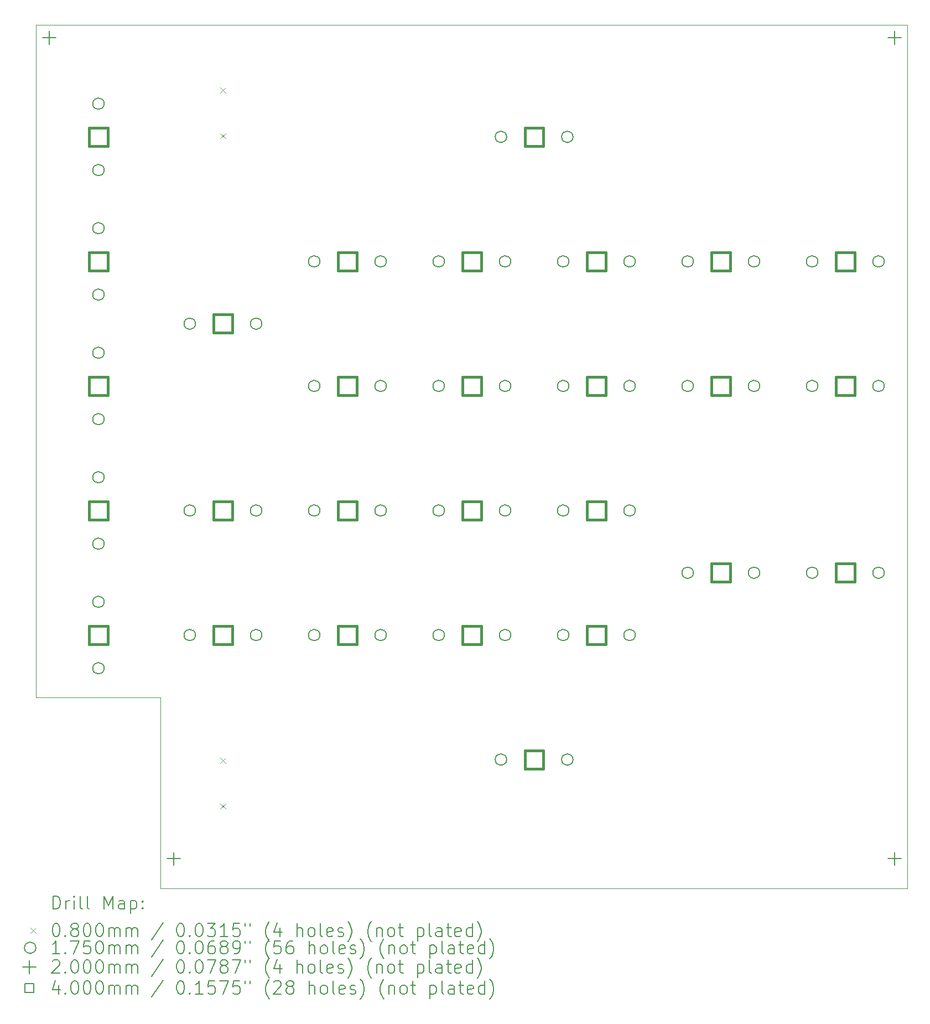
<source format=gbr>
%TF.GenerationSoftware,KiCad,Pcbnew,7.0.10*%
%TF.CreationDate,2024-02-04T21:18:53-08:00*%
%TF.ProjectId,oddball_steno,6f646462-616c-46c5-9f73-74656e6f2e6b,rev?*%
%TF.SameCoordinates,Original*%
%TF.FileFunction,Drillmap*%
%TF.FilePolarity,Positive*%
%FSLAX45Y45*%
G04 Gerber Fmt 4.5, Leading zero omitted, Abs format (unit mm)*
G04 Created by KiCad (PCBNEW 7.0.10) date 2024-02-04 21:18:53*
%MOMM*%
%LPD*%
G01*
G04 APERTURE LIST*
%ADD10C,0.100000*%
%ADD11C,0.200000*%
%ADD12C,0.175000*%
%ADD13C,0.400000*%
G04 APERTURE END LIST*
D10*
X20967550Y-15153062D02*
X9537550Y-15153062D01*
X9537550Y-12230562D01*
X7632550Y-12230562D01*
X7632550Y-1942062D01*
X20967550Y-1942062D01*
X20967550Y-15153062D01*
D11*
D10*
X10450050Y-2904937D02*
X10530050Y-2984937D01*
X10530050Y-2904937D02*
X10450050Y-2984937D01*
X10450050Y-3604937D02*
X10530050Y-3684937D01*
X10530050Y-3604937D02*
X10450050Y-3684937D01*
X10450050Y-13156187D02*
X10530050Y-13236187D01*
X10530050Y-13156187D02*
X10450050Y-13236187D01*
X10450050Y-13856187D02*
X10530050Y-13936187D01*
X10530050Y-13856187D02*
X10450050Y-13936187D01*
D12*
X8672550Y-3150062D02*
G75*
G03*
X8497550Y-3150062I-87500J0D01*
G01*
X8497550Y-3150062D02*
G75*
G03*
X8672550Y-3150062I87500J0D01*
G01*
X8672550Y-4166062D02*
G75*
G03*
X8497550Y-4166062I-87500J0D01*
G01*
X8497550Y-4166062D02*
G75*
G03*
X8672550Y-4166062I87500J0D01*
G01*
X8672550Y-5055063D02*
G75*
G03*
X8497550Y-5055063I-87500J0D01*
G01*
X8497550Y-5055063D02*
G75*
G03*
X8672550Y-5055063I87500J0D01*
G01*
X8672550Y-6071062D02*
G75*
G03*
X8497550Y-6071062I-87500J0D01*
G01*
X8497550Y-6071062D02*
G75*
G03*
X8672550Y-6071062I87500J0D01*
G01*
X8672550Y-6960062D02*
G75*
G03*
X8497550Y-6960062I-87500J0D01*
G01*
X8497550Y-6960062D02*
G75*
G03*
X8672550Y-6960062I87500J0D01*
G01*
X8672550Y-7976062D02*
G75*
G03*
X8497550Y-7976062I-87500J0D01*
G01*
X8497550Y-7976062D02*
G75*
G03*
X8672550Y-7976062I87500J0D01*
G01*
X8672550Y-8865063D02*
G75*
G03*
X8497550Y-8865063I-87500J0D01*
G01*
X8497550Y-8865063D02*
G75*
G03*
X8672550Y-8865063I87500J0D01*
G01*
X8672550Y-9881063D02*
G75*
G03*
X8497550Y-9881063I-87500J0D01*
G01*
X8497550Y-9881063D02*
G75*
G03*
X8672550Y-9881063I87500J0D01*
G01*
X8672550Y-10770063D02*
G75*
G03*
X8497550Y-10770063I-87500J0D01*
G01*
X8497550Y-10770063D02*
G75*
G03*
X8672550Y-10770063I87500J0D01*
G01*
X8672550Y-11786062D02*
G75*
G03*
X8497550Y-11786062I-87500J0D01*
G01*
X8497550Y-11786062D02*
G75*
G03*
X8672550Y-11786062I87500J0D01*
G01*
X10069550Y-6515562D02*
G75*
G03*
X9894550Y-6515562I-87500J0D01*
G01*
X9894550Y-6515562D02*
G75*
G03*
X10069550Y-6515562I87500J0D01*
G01*
X10069550Y-9373063D02*
G75*
G03*
X9894550Y-9373063I-87500J0D01*
G01*
X9894550Y-9373063D02*
G75*
G03*
X10069550Y-9373063I87500J0D01*
G01*
X10069550Y-11278062D02*
G75*
G03*
X9894550Y-11278062I-87500J0D01*
G01*
X9894550Y-11278062D02*
G75*
G03*
X10069550Y-11278062I87500J0D01*
G01*
X11085550Y-6515562D02*
G75*
G03*
X10910550Y-6515562I-87500J0D01*
G01*
X10910550Y-6515562D02*
G75*
G03*
X11085550Y-6515562I87500J0D01*
G01*
X11085550Y-9373063D02*
G75*
G03*
X10910550Y-9373063I-87500J0D01*
G01*
X10910550Y-9373063D02*
G75*
G03*
X11085550Y-9373063I87500J0D01*
G01*
X11085550Y-11278062D02*
G75*
G03*
X10910550Y-11278062I-87500J0D01*
G01*
X10910550Y-11278062D02*
G75*
G03*
X11085550Y-11278062I87500J0D01*
G01*
X11974550Y-5563063D02*
G75*
G03*
X11799550Y-5563063I-87500J0D01*
G01*
X11799550Y-5563063D02*
G75*
G03*
X11974550Y-5563063I87500J0D01*
G01*
X11974550Y-7468062D02*
G75*
G03*
X11799550Y-7468062I-87500J0D01*
G01*
X11799550Y-7468062D02*
G75*
G03*
X11974550Y-7468062I87500J0D01*
G01*
X11974550Y-9373063D02*
G75*
G03*
X11799550Y-9373063I-87500J0D01*
G01*
X11799550Y-9373063D02*
G75*
G03*
X11974550Y-9373063I87500J0D01*
G01*
X11974550Y-11278062D02*
G75*
G03*
X11799550Y-11278062I-87500J0D01*
G01*
X11799550Y-11278062D02*
G75*
G03*
X11974550Y-11278062I87500J0D01*
G01*
X12990550Y-5563063D02*
G75*
G03*
X12815550Y-5563063I-87500J0D01*
G01*
X12815550Y-5563063D02*
G75*
G03*
X12990550Y-5563063I87500J0D01*
G01*
X12990550Y-7468062D02*
G75*
G03*
X12815550Y-7468062I-87500J0D01*
G01*
X12815550Y-7468062D02*
G75*
G03*
X12990550Y-7468062I87500J0D01*
G01*
X12990550Y-9373063D02*
G75*
G03*
X12815550Y-9373063I-87500J0D01*
G01*
X12815550Y-9373063D02*
G75*
G03*
X12990550Y-9373063I87500J0D01*
G01*
X12990550Y-11278062D02*
G75*
G03*
X12815550Y-11278062I-87500J0D01*
G01*
X12815550Y-11278062D02*
G75*
G03*
X12990550Y-11278062I87500J0D01*
G01*
X13879550Y-5563063D02*
G75*
G03*
X13704550Y-5563063I-87500J0D01*
G01*
X13704550Y-5563063D02*
G75*
G03*
X13879550Y-5563063I87500J0D01*
G01*
X13879550Y-7468062D02*
G75*
G03*
X13704550Y-7468062I-87500J0D01*
G01*
X13704550Y-7468062D02*
G75*
G03*
X13879550Y-7468062I87500J0D01*
G01*
X13879550Y-9373063D02*
G75*
G03*
X13704550Y-9373063I-87500J0D01*
G01*
X13704550Y-9373063D02*
G75*
G03*
X13879550Y-9373063I87500J0D01*
G01*
X13879550Y-11278062D02*
G75*
G03*
X13704550Y-11278062I-87500J0D01*
G01*
X13704550Y-11278062D02*
G75*
G03*
X13879550Y-11278062I87500J0D01*
G01*
X14832050Y-3658062D02*
G75*
G03*
X14657050Y-3658062I-87500J0D01*
G01*
X14657050Y-3658062D02*
G75*
G03*
X14832050Y-3658062I87500J0D01*
G01*
X14832050Y-13183062D02*
G75*
G03*
X14657050Y-13183062I-87500J0D01*
G01*
X14657050Y-13183062D02*
G75*
G03*
X14832050Y-13183062I87500J0D01*
G01*
X14895550Y-5563063D02*
G75*
G03*
X14720550Y-5563063I-87500J0D01*
G01*
X14720550Y-5563063D02*
G75*
G03*
X14895550Y-5563063I87500J0D01*
G01*
X14895550Y-7468062D02*
G75*
G03*
X14720550Y-7468062I-87500J0D01*
G01*
X14720550Y-7468062D02*
G75*
G03*
X14895550Y-7468062I87500J0D01*
G01*
X14895550Y-9373063D02*
G75*
G03*
X14720550Y-9373063I-87500J0D01*
G01*
X14720550Y-9373063D02*
G75*
G03*
X14895550Y-9373063I87500J0D01*
G01*
X14895550Y-11278062D02*
G75*
G03*
X14720550Y-11278062I-87500J0D01*
G01*
X14720550Y-11278062D02*
G75*
G03*
X14895550Y-11278062I87500J0D01*
G01*
X15784550Y-5563063D02*
G75*
G03*
X15609550Y-5563063I-87500J0D01*
G01*
X15609550Y-5563063D02*
G75*
G03*
X15784550Y-5563063I87500J0D01*
G01*
X15784550Y-7468062D02*
G75*
G03*
X15609550Y-7468062I-87500J0D01*
G01*
X15609550Y-7468062D02*
G75*
G03*
X15784550Y-7468062I87500J0D01*
G01*
X15784550Y-9373063D02*
G75*
G03*
X15609550Y-9373063I-87500J0D01*
G01*
X15609550Y-9373063D02*
G75*
G03*
X15784550Y-9373063I87500J0D01*
G01*
X15784550Y-11278062D02*
G75*
G03*
X15609550Y-11278062I-87500J0D01*
G01*
X15609550Y-11278062D02*
G75*
G03*
X15784550Y-11278062I87500J0D01*
G01*
X15848050Y-3658062D02*
G75*
G03*
X15673050Y-3658062I-87500J0D01*
G01*
X15673050Y-3658062D02*
G75*
G03*
X15848050Y-3658062I87500J0D01*
G01*
X15848050Y-13183062D02*
G75*
G03*
X15673050Y-13183062I-87500J0D01*
G01*
X15673050Y-13183062D02*
G75*
G03*
X15848050Y-13183062I87500J0D01*
G01*
X16800550Y-5563063D02*
G75*
G03*
X16625550Y-5563063I-87500J0D01*
G01*
X16625550Y-5563063D02*
G75*
G03*
X16800550Y-5563063I87500J0D01*
G01*
X16800550Y-7468062D02*
G75*
G03*
X16625550Y-7468062I-87500J0D01*
G01*
X16625550Y-7468062D02*
G75*
G03*
X16800550Y-7468062I87500J0D01*
G01*
X16800550Y-9373063D02*
G75*
G03*
X16625550Y-9373063I-87500J0D01*
G01*
X16625550Y-9373063D02*
G75*
G03*
X16800550Y-9373063I87500J0D01*
G01*
X16800550Y-11278062D02*
G75*
G03*
X16625550Y-11278062I-87500J0D01*
G01*
X16625550Y-11278062D02*
G75*
G03*
X16800550Y-11278062I87500J0D01*
G01*
X17689550Y-5563063D02*
G75*
G03*
X17514550Y-5563063I-87500J0D01*
G01*
X17514550Y-5563063D02*
G75*
G03*
X17689550Y-5563063I87500J0D01*
G01*
X17689550Y-7468062D02*
G75*
G03*
X17514550Y-7468062I-87500J0D01*
G01*
X17514550Y-7468062D02*
G75*
G03*
X17689550Y-7468062I87500J0D01*
G01*
X17689550Y-10325563D02*
G75*
G03*
X17514550Y-10325563I-87500J0D01*
G01*
X17514550Y-10325563D02*
G75*
G03*
X17689550Y-10325563I87500J0D01*
G01*
X18705550Y-5563063D02*
G75*
G03*
X18530550Y-5563063I-87500J0D01*
G01*
X18530550Y-5563063D02*
G75*
G03*
X18705550Y-5563063I87500J0D01*
G01*
X18705550Y-7468062D02*
G75*
G03*
X18530550Y-7468062I-87500J0D01*
G01*
X18530550Y-7468062D02*
G75*
G03*
X18705550Y-7468062I87500J0D01*
G01*
X18705550Y-10325563D02*
G75*
G03*
X18530550Y-10325563I-87500J0D01*
G01*
X18530550Y-10325563D02*
G75*
G03*
X18705550Y-10325563I87500J0D01*
G01*
X19594550Y-5563063D02*
G75*
G03*
X19419550Y-5563063I-87500J0D01*
G01*
X19419550Y-5563063D02*
G75*
G03*
X19594550Y-5563063I87500J0D01*
G01*
X19594550Y-7468062D02*
G75*
G03*
X19419550Y-7468062I-87500J0D01*
G01*
X19419550Y-7468062D02*
G75*
G03*
X19594550Y-7468062I87500J0D01*
G01*
X19594550Y-10325563D02*
G75*
G03*
X19419550Y-10325563I-87500J0D01*
G01*
X19419550Y-10325563D02*
G75*
G03*
X19594550Y-10325563I87500J0D01*
G01*
X20610550Y-5563063D02*
G75*
G03*
X20435550Y-5563063I-87500J0D01*
G01*
X20435550Y-5563063D02*
G75*
G03*
X20610550Y-5563063I87500J0D01*
G01*
X20610550Y-7468062D02*
G75*
G03*
X20435550Y-7468062I-87500J0D01*
G01*
X20435550Y-7468062D02*
G75*
G03*
X20610550Y-7468062I87500J0D01*
G01*
X20610550Y-10325563D02*
G75*
G03*
X20435550Y-10325563I-87500J0D01*
G01*
X20435550Y-10325563D02*
G75*
G03*
X20610550Y-10325563I87500J0D01*
G01*
D11*
X7831050Y-2042062D02*
X7831050Y-2242063D01*
X7731050Y-2142063D02*
X7931050Y-2142063D01*
X9737550Y-14599062D02*
X9737550Y-14799062D01*
X9637550Y-14699062D02*
X9837550Y-14699062D01*
X20767550Y-2042062D02*
X20767550Y-2242063D01*
X20667550Y-2142063D02*
X20867550Y-2142063D01*
X20767550Y-14599062D02*
X20767550Y-14799062D01*
X20667550Y-14699062D02*
X20867550Y-14699062D01*
D13*
X8726473Y-3799485D02*
X8726473Y-3516640D01*
X8443627Y-3516640D01*
X8443627Y-3799485D01*
X8726473Y-3799485D01*
X8726473Y-5704485D02*
X8726473Y-5421640D01*
X8443627Y-5421640D01*
X8443627Y-5704485D01*
X8726473Y-5704485D01*
X8726473Y-7609485D02*
X8726473Y-7326640D01*
X8443627Y-7326640D01*
X8443627Y-7609485D01*
X8726473Y-7609485D01*
X8726473Y-9514485D02*
X8726473Y-9231640D01*
X8443627Y-9231640D01*
X8443627Y-9514485D01*
X8726473Y-9514485D01*
X8726473Y-11419485D02*
X8726473Y-11136640D01*
X8443627Y-11136640D01*
X8443627Y-11419485D01*
X8726473Y-11419485D01*
X10631473Y-6656985D02*
X10631473Y-6374140D01*
X10348627Y-6374140D01*
X10348627Y-6656985D01*
X10631473Y-6656985D01*
X10631473Y-9514485D02*
X10631473Y-9231640D01*
X10348627Y-9231640D01*
X10348627Y-9514485D01*
X10631473Y-9514485D01*
X10631473Y-11419485D02*
X10631473Y-11136640D01*
X10348627Y-11136640D01*
X10348627Y-11419485D01*
X10631473Y-11419485D01*
X12536473Y-5704485D02*
X12536473Y-5421640D01*
X12253627Y-5421640D01*
X12253627Y-5704485D01*
X12536473Y-5704485D01*
X12536473Y-7609485D02*
X12536473Y-7326640D01*
X12253627Y-7326640D01*
X12253627Y-7609485D01*
X12536473Y-7609485D01*
X12536473Y-9514485D02*
X12536473Y-9231640D01*
X12253627Y-9231640D01*
X12253627Y-9514485D01*
X12536473Y-9514485D01*
X12536473Y-11419485D02*
X12536473Y-11136640D01*
X12253627Y-11136640D01*
X12253627Y-11419485D01*
X12536473Y-11419485D01*
X14441473Y-5704485D02*
X14441473Y-5421640D01*
X14158627Y-5421640D01*
X14158627Y-5704485D01*
X14441473Y-5704485D01*
X14441473Y-7609485D02*
X14441473Y-7326640D01*
X14158627Y-7326640D01*
X14158627Y-7609485D01*
X14441473Y-7609485D01*
X14441473Y-9514485D02*
X14441473Y-9231640D01*
X14158627Y-9231640D01*
X14158627Y-9514485D01*
X14441473Y-9514485D01*
X14441473Y-11419485D02*
X14441473Y-11136640D01*
X14158627Y-11136640D01*
X14158627Y-11419485D01*
X14441473Y-11419485D01*
X15393973Y-3799485D02*
X15393973Y-3516640D01*
X15111127Y-3516640D01*
X15111127Y-3799485D01*
X15393973Y-3799485D01*
X15393973Y-13324485D02*
X15393973Y-13041640D01*
X15111127Y-13041640D01*
X15111127Y-13324485D01*
X15393973Y-13324485D01*
X16346473Y-5704485D02*
X16346473Y-5421640D01*
X16063627Y-5421640D01*
X16063627Y-5704485D01*
X16346473Y-5704485D01*
X16346473Y-7609485D02*
X16346473Y-7326640D01*
X16063627Y-7326640D01*
X16063627Y-7609485D01*
X16346473Y-7609485D01*
X16346473Y-9514485D02*
X16346473Y-9231640D01*
X16063627Y-9231640D01*
X16063627Y-9514485D01*
X16346473Y-9514485D01*
X16346473Y-11419485D02*
X16346473Y-11136640D01*
X16063627Y-11136640D01*
X16063627Y-11419485D01*
X16346473Y-11419485D01*
X18251473Y-5704485D02*
X18251473Y-5421640D01*
X17968627Y-5421640D01*
X17968627Y-5704485D01*
X18251473Y-5704485D01*
X18251473Y-7609485D02*
X18251473Y-7326640D01*
X17968627Y-7326640D01*
X17968627Y-7609485D01*
X18251473Y-7609485D01*
X18251473Y-10466985D02*
X18251473Y-10184140D01*
X17968627Y-10184140D01*
X17968627Y-10466985D01*
X18251473Y-10466985D01*
X20156473Y-5704485D02*
X20156473Y-5421640D01*
X19873627Y-5421640D01*
X19873627Y-5704485D01*
X20156473Y-5704485D01*
X20156473Y-7609485D02*
X20156473Y-7326640D01*
X19873627Y-7326640D01*
X19873627Y-7609485D01*
X20156473Y-7609485D01*
X20156473Y-10466985D02*
X20156473Y-10184140D01*
X19873627Y-10184140D01*
X19873627Y-10466985D01*
X20156473Y-10466985D01*
D11*
X7888327Y-15469546D02*
X7888327Y-15269546D01*
X7888327Y-15269546D02*
X7935946Y-15269546D01*
X7935946Y-15269546D02*
X7964517Y-15279070D01*
X7964517Y-15279070D02*
X7983565Y-15298118D01*
X7983565Y-15298118D02*
X7993089Y-15317165D01*
X7993089Y-15317165D02*
X8002612Y-15355260D01*
X8002612Y-15355260D02*
X8002612Y-15383832D01*
X8002612Y-15383832D02*
X7993089Y-15421927D01*
X7993089Y-15421927D02*
X7983565Y-15440975D01*
X7983565Y-15440975D02*
X7964517Y-15460022D01*
X7964517Y-15460022D02*
X7935946Y-15469546D01*
X7935946Y-15469546D02*
X7888327Y-15469546D01*
X8088327Y-15469546D02*
X8088327Y-15336213D01*
X8088327Y-15374308D02*
X8097851Y-15355260D01*
X8097851Y-15355260D02*
X8107374Y-15345737D01*
X8107374Y-15345737D02*
X8126422Y-15336213D01*
X8126422Y-15336213D02*
X8145470Y-15336213D01*
X8212136Y-15469546D02*
X8212136Y-15336213D01*
X8212136Y-15269546D02*
X8202612Y-15279070D01*
X8202612Y-15279070D02*
X8212136Y-15288594D01*
X8212136Y-15288594D02*
X8221660Y-15279070D01*
X8221660Y-15279070D02*
X8212136Y-15269546D01*
X8212136Y-15269546D02*
X8212136Y-15288594D01*
X8335946Y-15469546D02*
X8316898Y-15460022D01*
X8316898Y-15460022D02*
X8307374Y-15440975D01*
X8307374Y-15440975D02*
X8307374Y-15269546D01*
X8440708Y-15469546D02*
X8421660Y-15460022D01*
X8421660Y-15460022D02*
X8412136Y-15440975D01*
X8412136Y-15440975D02*
X8412136Y-15269546D01*
X8669279Y-15469546D02*
X8669279Y-15269546D01*
X8669279Y-15269546D02*
X8735946Y-15412403D01*
X8735946Y-15412403D02*
X8802613Y-15269546D01*
X8802613Y-15269546D02*
X8802613Y-15469546D01*
X8983565Y-15469546D02*
X8983565Y-15364784D01*
X8983565Y-15364784D02*
X8974041Y-15345737D01*
X8974041Y-15345737D02*
X8954994Y-15336213D01*
X8954994Y-15336213D02*
X8916898Y-15336213D01*
X8916898Y-15336213D02*
X8897851Y-15345737D01*
X8983565Y-15460022D02*
X8964517Y-15469546D01*
X8964517Y-15469546D02*
X8916898Y-15469546D01*
X8916898Y-15469546D02*
X8897851Y-15460022D01*
X8897851Y-15460022D02*
X8888327Y-15440975D01*
X8888327Y-15440975D02*
X8888327Y-15421927D01*
X8888327Y-15421927D02*
X8897851Y-15402880D01*
X8897851Y-15402880D02*
X8916898Y-15393356D01*
X8916898Y-15393356D02*
X8964517Y-15393356D01*
X8964517Y-15393356D02*
X8983565Y-15383832D01*
X9078803Y-15336213D02*
X9078803Y-15536213D01*
X9078803Y-15345737D02*
X9097851Y-15336213D01*
X9097851Y-15336213D02*
X9135946Y-15336213D01*
X9135946Y-15336213D02*
X9154994Y-15345737D01*
X9154994Y-15345737D02*
X9164517Y-15355260D01*
X9164517Y-15355260D02*
X9174041Y-15374308D01*
X9174041Y-15374308D02*
X9174041Y-15431451D01*
X9174041Y-15431451D02*
X9164517Y-15450499D01*
X9164517Y-15450499D02*
X9154994Y-15460022D01*
X9154994Y-15460022D02*
X9135946Y-15469546D01*
X9135946Y-15469546D02*
X9097851Y-15469546D01*
X9097851Y-15469546D02*
X9078803Y-15460022D01*
X9259755Y-15450499D02*
X9269279Y-15460022D01*
X9269279Y-15460022D02*
X9259755Y-15469546D01*
X9259755Y-15469546D02*
X9250232Y-15460022D01*
X9250232Y-15460022D02*
X9259755Y-15450499D01*
X9259755Y-15450499D02*
X9259755Y-15469546D01*
X9259755Y-15345737D02*
X9269279Y-15355260D01*
X9269279Y-15355260D02*
X9259755Y-15364784D01*
X9259755Y-15364784D02*
X9250232Y-15355260D01*
X9250232Y-15355260D02*
X9259755Y-15345737D01*
X9259755Y-15345737D02*
X9259755Y-15364784D01*
D10*
X7547550Y-15758062D02*
X7627550Y-15838062D01*
X7627550Y-15758062D02*
X7547550Y-15838062D01*
D11*
X7926422Y-15689546D02*
X7945470Y-15689546D01*
X7945470Y-15689546D02*
X7964517Y-15699070D01*
X7964517Y-15699070D02*
X7974041Y-15708594D01*
X7974041Y-15708594D02*
X7983565Y-15727641D01*
X7983565Y-15727641D02*
X7993089Y-15765737D01*
X7993089Y-15765737D02*
X7993089Y-15813356D01*
X7993089Y-15813356D02*
X7983565Y-15851451D01*
X7983565Y-15851451D02*
X7974041Y-15870499D01*
X7974041Y-15870499D02*
X7964517Y-15880022D01*
X7964517Y-15880022D02*
X7945470Y-15889546D01*
X7945470Y-15889546D02*
X7926422Y-15889546D01*
X7926422Y-15889546D02*
X7907374Y-15880022D01*
X7907374Y-15880022D02*
X7897851Y-15870499D01*
X7897851Y-15870499D02*
X7888327Y-15851451D01*
X7888327Y-15851451D02*
X7878803Y-15813356D01*
X7878803Y-15813356D02*
X7878803Y-15765737D01*
X7878803Y-15765737D02*
X7888327Y-15727641D01*
X7888327Y-15727641D02*
X7897851Y-15708594D01*
X7897851Y-15708594D02*
X7907374Y-15699070D01*
X7907374Y-15699070D02*
X7926422Y-15689546D01*
X8078803Y-15870499D02*
X8088327Y-15880022D01*
X8088327Y-15880022D02*
X8078803Y-15889546D01*
X8078803Y-15889546D02*
X8069279Y-15880022D01*
X8069279Y-15880022D02*
X8078803Y-15870499D01*
X8078803Y-15870499D02*
X8078803Y-15889546D01*
X8202612Y-15775260D02*
X8183565Y-15765737D01*
X8183565Y-15765737D02*
X8174041Y-15756213D01*
X8174041Y-15756213D02*
X8164517Y-15737165D01*
X8164517Y-15737165D02*
X8164517Y-15727641D01*
X8164517Y-15727641D02*
X8174041Y-15708594D01*
X8174041Y-15708594D02*
X8183565Y-15699070D01*
X8183565Y-15699070D02*
X8202612Y-15689546D01*
X8202612Y-15689546D02*
X8240708Y-15689546D01*
X8240708Y-15689546D02*
X8259755Y-15699070D01*
X8259755Y-15699070D02*
X8269279Y-15708594D01*
X8269279Y-15708594D02*
X8278803Y-15727641D01*
X8278803Y-15727641D02*
X8278803Y-15737165D01*
X8278803Y-15737165D02*
X8269279Y-15756213D01*
X8269279Y-15756213D02*
X8259755Y-15765737D01*
X8259755Y-15765737D02*
X8240708Y-15775260D01*
X8240708Y-15775260D02*
X8202612Y-15775260D01*
X8202612Y-15775260D02*
X8183565Y-15784784D01*
X8183565Y-15784784D02*
X8174041Y-15794308D01*
X8174041Y-15794308D02*
X8164517Y-15813356D01*
X8164517Y-15813356D02*
X8164517Y-15851451D01*
X8164517Y-15851451D02*
X8174041Y-15870499D01*
X8174041Y-15870499D02*
X8183565Y-15880022D01*
X8183565Y-15880022D02*
X8202612Y-15889546D01*
X8202612Y-15889546D02*
X8240708Y-15889546D01*
X8240708Y-15889546D02*
X8259755Y-15880022D01*
X8259755Y-15880022D02*
X8269279Y-15870499D01*
X8269279Y-15870499D02*
X8278803Y-15851451D01*
X8278803Y-15851451D02*
X8278803Y-15813356D01*
X8278803Y-15813356D02*
X8269279Y-15794308D01*
X8269279Y-15794308D02*
X8259755Y-15784784D01*
X8259755Y-15784784D02*
X8240708Y-15775260D01*
X8402613Y-15689546D02*
X8421660Y-15689546D01*
X8421660Y-15689546D02*
X8440708Y-15699070D01*
X8440708Y-15699070D02*
X8450232Y-15708594D01*
X8450232Y-15708594D02*
X8459755Y-15727641D01*
X8459755Y-15727641D02*
X8469279Y-15765737D01*
X8469279Y-15765737D02*
X8469279Y-15813356D01*
X8469279Y-15813356D02*
X8459755Y-15851451D01*
X8459755Y-15851451D02*
X8450232Y-15870499D01*
X8450232Y-15870499D02*
X8440708Y-15880022D01*
X8440708Y-15880022D02*
X8421660Y-15889546D01*
X8421660Y-15889546D02*
X8402613Y-15889546D01*
X8402613Y-15889546D02*
X8383565Y-15880022D01*
X8383565Y-15880022D02*
X8374041Y-15870499D01*
X8374041Y-15870499D02*
X8364517Y-15851451D01*
X8364517Y-15851451D02*
X8354993Y-15813356D01*
X8354993Y-15813356D02*
X8354993Y-15765737D01*
X8354993Y-15765737D02*
X8364517Y-15727641D01*
X8364517Y-15727641D02*
X8374041Y-15708594D01*
X8374041Y-15708594D02*
X8383565Y-15699070D01*
X8383565Y-15699070D02*
X8402613Y-15689546D01*
X8593089Y-15689546D02*
X8612136Y-15689546D01*
X8612136Y-15689546D02*
X8631184Y-15699070D01*
X8631184Y-15699070D02*
X8640708Y-15708594D01*
X8640708Y-15708594D02*
X8650232Y-15727641D01*
X8650232Y-15727641D02*
X8659755Y-15765737D01*
X8659755Y-15765737D02*
X8659755Y-15813356D01*
X8659755Y-15813356D02*
X8650232Y-15851451D01*
X8650232Y-15851451D02*
X8640708Y-15870499D01*
X8640708Y-15870499D02*
X8631184Y-15880022D01*
X8631184Y-15880022D02*
X8612136Y-15889546D01*
X8612136Y-15889546D02*
X8593089Y-15889546D01*
X8593089Y-15889546D02*
X8574041Y-15880022D01*
X8574041Y-15880022D02*
X8564517Y-15870499D01*
X8564517Y-15870499D02*
X8554994Y-15851451D01*
X8554994Y-15851451D02*
X8545470Y-15813356D01*
X8545470Y-15813356D02*
X8545470Y-15765737D01*
X8545470Y-15765737D02*
X8554994Y-15727641D01*
X8554994Y-15727641D02*
X8564517Y-15708594D01*
X8564517Y-15708594D02*
X8574041Y-15699070D01*
X8574041Y-15699070D02*
X8593089Y-15689546D01*
X8745470Y-15889546D02*
X8745470Y-15756213D01*
X8745470Y-15775260D02*
X8754994Y-15765737D01*
X8754994Y-15765737D02*
X8774041Y-15756213D01*
X8774041Y-15756213D02*
X8802613Y-15756213D01*
X8802613Y-15756213D02*
X8821660Y-15765737D01*
X8821660Y-15765737D02*
X8831184Y-15784784D01*
X8831184Y-15784784D02*
X8831184Y-15889546D01*
X8831184Y-15784784D02*
X8840708Y-15765737D01*
X8840708Y-15765737D02*
X8859755Y-15756213D01*
X8859755Y-15756213D02*
X8888327Y-15756213D01*
X8888327Y-15756213D02*
X8907375Y-15765737D01*
X8907375Y-15765737D02*
X8916898Y-15784784D01*
X8916898Y-15784784D02*
X8916898Y-15889546D01*
X9012136Y-15889546D02*
X9012136Y-15756213D01*
X9012136Y-15775260D02*
X9021660Y-15765737D01*
X9021660Y-15765737D02*
X9040708Y-15756213D01*
X9040708Y-15756213D02*
X9069279Y-15756213D01*
X9069279Y-15756213D02*
X9088327Y-15765737D01*
X9088327Y-15765737D02*
X9097851Y-15784784D01*
X9097851Y-15784784D02*
X9097851Y-15889546D01*
X9097851Y-15784784D02*
X9107375Y-15765737D01*
X9107375Y-15765737D02*
X9126422Y-15756213D01*
X9126422Y-15756213D02*
X9154994Y-15756213D01*
X9154994Y-15756213D02*
X9174041Y-15765737D01*
X9174041Y-15765737D02*
X9183565Y-15784784D01*
X9183565Y-15784784D02*
X9183565Y-15889546D01*
X9574041Y-15680022D02*
X9402613Y-15937165D01*
X9831184Y-15689546D02*
X9850232Y-15689546D01*
X9850232Y-15689546D02*
X9869279Y-15699070D01*
X9869279Y-15699070D02*
X9878803Y-15708594D01*
X9878803Y-15708594D02*
X9888327Y-15727641D01*
X9888327Y-15727641D02*
X9897851Y-15765737D01*
X9897851Y-15765737D02*
X9897851Y-15813356D01*
X9897851Y-15813356D02*
X9888327Y-15851451D01*
X9888327Y-15851451D02*
X9878803Y-15870499D01*
X9878803Y-15870499D02*
X9869279Y-15880022D01*
X9869279Y-15880022D02*
X9850232Y-15889546D01*
X9850232Y-15889546D02*
X9831184Y-15889546D01*
X9831184Y-15889546D02*
X9812137Y-15880022D01*
X9812137Y-15880022D02*
X9802613Y-15870499D01*
X9802613Y-15870499D02*
X9793089Y-15851451D01*
X9793089Y-15851451D02*
X9783565Y-15813356D01*
X9783565Y-15813356D02*
X9783565Y-15765737D01*
X9783565Y-15765737D02*
X9793089Y-15727641D01*
X9793089Y-15727641D02*
X9802613Y-15708594D01*
X9802613Y-15708594D02*
X9812137Y-15699070D01*
X9812137Y-15699070D02*
X9831184Y-15689546D01*
X9983565Y-15870499D02*
X9993089Y-15880022D01*
X9993089Y-15880022D02*
X9983565Y-15889546D01*
X9983565Y-15889546D02*
X9974041Y-15880022D01*
X9974041Y-15880022D02*
X9983565Y-15870499D01*
X9983565Y-15870499D02*
X9983565Y-15889546D01*
X10116898Y-15689546D02*
X10135946Y-15689546D01*
X10135946Y-15689546D02*
X10154994Y-15699070D01*
X10154994Y-15699070D02*
X10164518Y-15708594D01*
X10164518Y-15708594D02*
X10174041Y-15727641D01*
X10174041Y-15727641D02*
X10183565Y-15765737D01*
X10183565Y-15765737D02*
X10183565Y-15813356D01*
X10183565Y-15813356D02*
X10174041Y-15851451D01*
X10174041Y-15851451D02*
X10164518Y-15870499D01*
X10164518Y-15870499D02*
X10154994Y-15880022D01*
X10154994Y-15880022D02*
X10135946Y-15889546D01*
X10135946Y-15889546D02*
X10116898Y-15889546D01*
X10116898Y-15889546D02*
X10097851Y-15880022D01*
X10097851Y-15880022D02*
X10088327Y-15870499D01*
X10088327Y-15870499D02*
X10078803Y-15851451D01*
X10078803Y-15851451D02*
X10069279Y-15813356D01*
X10069279Y-15813356D02*
X10069279Y-15765737D01*
X10069279Y-15765737D02*
X10078803Y-15727641D01*
X10078803Y-15727641D02*
X10088327Y-15708594D01*
X10088327Y-15708594D02*
X10097851Y-15699070D01*
X10097851Y-15699070D02*
X10116898Y-15689546D01*
X10250232Y-15689546D02*
X10374041Y-15689546D01*
X10374041Y-15689546D02*
X10307375Y-15765737D01*
X10307375Y-15765737D02*
X10335946Y-15765737D01*
X10335946Y-15765737D02*
X10354994Y-15775260D01*
X10354994Y-15775260D02*
X10364518Y-15784784D01*
X10364518Y-15784784D02*
X10374041Y-15803832D01*
X10374041Y-15803832D02*
X10374041Y-15851451D01*
X10374041Y-15851451D02*
X10364518Y-15870499D01*
X10364518Y-15870499D02*
X10354994Y-15880022D01*
X10354994Y-15880022D02*
X10335946Y-15889546D01*
X10335946Y-15889546D02*
X10278803Y-15889546D01*
X10278803Y-15889546D02*
X10259756Y-15880022D01*
X10259756Y-15880022D02*
X10250232Y-15870499D01*
X10564518Y-15889546D02*
X10450232Y-15889546D01*
X10507375Y-15889546D02*
X10507375Y-15689546D01*
X10507375Y-15689546D02*
X10488327Y-15718118D01*
X10488327Y-15718118D02*
X10469279Y-15737165D01*
X10469279Y-15737165D02*
X10450232Y-15746689D01*
X10745470Y-15689546D02*
X10650232Y-15689546D01*
X10650232Y-15689546D02*
X10640708Y-15784784D01*
X10640708Y-15784784D02*
X10650232Y-15775260D01*
X10650232Y-15775260D02*
X10669279Y-15765737D01*
X10669279Y-15765737D02*
X10716899Y-15765737D01*
X10716899Y-15765737D02*
X10735946Y-15775260D01*
X10735946Y-15775260D02*
X10745470Y-15784784D01*
X10745470Y-15784784D02*
X10754994Y-15803832D01*
X10754994Y-15803832D02*
X10754994Y-15851451D01*
X10754994Y-15851451D02*
X10745470Y-15870499D01*
X10745470Y-15870499D02*
X10735946Y-15880022D01*
X10735946Y-15880022D02*
X10716899Y-15889546D01*
X10716899Y-15889546D02*
X10669279Y-15889546D01*
X10669279Y-15889546D02*
X10650232Y-15880022D01*
X10650232Y-15880022D02*
X10640708Y-15870499D01*
X10831184Y-15689546D02*
X10831184Y-15727641D01*
X10907375Y-15689546D02*
X10907375Y-15727641D01*
X11202613Y-15965737D02*
X11193089Y-15956213D01*
X11193089Y-15956213D02*
X11174041Y-15927641D01*
X11174041Y-15927641D02*
X11164518Y-15908594D01*
X11164518Y-15908594D02*
X11154994Y-15880022D01*
X11154994Y-15880022D02*
X11145470Y-15832403D01*
X11145470Y-15832403D02*
X11145470Y-15794308D01*
X11145470Y-15794308D02*
X11154994Y-15746689D01*
X11154994Y-15746689D02*
X11164518Y-15718118D01*
X11164518Y-15718118D02*
X11174041Y-15699070D01*
X11174041Y-15699070D02*
X11193089Y-15670499D01*
X11193089Y-15670499D02*
X11202613Y-15660975D01*
X11364518Y-15756213D02*
X11364518Y-15889546D01*
X11316898Y-15680022D02*
X11269279Y-15822880D01*
X11269279Y-15822880D02*
X11393089Y-15822880D01*
X11621660Y-15889546D02*
X11621660Y-15689546D01*
X11707375Y-15889546D02*
X11707375Y-15784784D01*
X11707375Y-15784784D02*
X11697851Y-15765737D01*
X11697851Y-15765737D02*
X11678803Y-15756213D01*
X11678803Y-15756213D02*
X11650232Y-15756213D01*
X11650232Y-15756213D02*
X11631184Y-15765737D01*
X11631184Y-15765737D02*
X11621660Y-15775260D01*
X11831184Y-15889546D02*
X11812137Y-15880022D01*
X11812137Y-15880022D02*
X11802613Y-15870499D01*
X11802613Y-15870499D02*
X11793089Y-15851451D01*
X11793089Y-15851451D02*
X11793089Y-15794308D01*
X11793089Y-15794308D02*
X11802613Y-15775260D01*
X11802613Y-15775260D02*
X11812137Y-15765737D01*
X11812137Y-15765737D02*
X11831184Y-15756213D01*
X11831184Y-15756213D02*
X11859756Y-15756213D01*
X11859756Y-15756213D02*
X11878803Y-15765737D01*
X11878803Y-15765737D02*
X11888327Y-15775260D01*
X11888327Y-15775260D02*
X11897851Y-15794308D01*
X11897851Y-15794308D02*
X11897851Y-15851451D01*
X11897851Y-15851451D02*
X11888327Y-15870499D01*
X11888327Y-15870499D02*
X11878803Y-15880022D01*
X11878803Y-15880022D02*
X11859756Y-15889546D01*
X11859756Y-15889546D02*
X11831184Y-15889546D01*
X12012137Y-15889546D02*
X11993089Y-15880022D01*
X11993089Y-15880022D02*
X11983565Y-15860975D01*
X11983565Y-15860975D02*
X11983565Y-15689546D01*
X12164518Y-15880022D02*
X12145470Y-15889546D01*
X12145470Y-15889546D02*
X12107375Y-15889546D01*
X12107375Y-15889546D02*
X12088327Y-15880022D01*
X12088327Y-15880022D02*
X12078803Y-15860975D01*
X12078803Y-15860975D02*
X12078803Y-15784784D01*
X12078803Y-15784784D02*
X12088327Y-15765737D01*
X12088327Y-15765737D02*
X12107375Y-15756213D01*
X12107375Y-15756213D02*
X12145470Y-15756213D01*
X12145470Y-15756213D02*
X12164518Y-15765737D01*
X12164518Y-15765737D02*
X12174041Y-15784784D01*
X12174041Y-15784784D02*
X12174041Y-15803832D01*
X12174041Y-15803832D02*
X12078803Y-15822880D01*
X12250232Y-15880022D02*
X12269280Y-15889546D01*
X12269280Y-15889546D02*
X12307375Y-15889546D01*
X12307375Y-15889546D02*
X12326422Y-15880022D01*
X12326422Y-15880022D02*
X12335946Y-15860975D01*
X12335946Y-15860975D02*
X12335946Y-15851451D01*
X12335946Y-15851451D02*
X12326422Y-15832403D01*
X12326422Y-15832403D02*
X12307375Y-15822880D01*
X12307375Y-15822880D02*
X12278803Y-15822880D01*
X12278803Y-15822880D02*
X12259756Y-15813356D01*
X12259756Y-15813356D02*
X12250232Y-15794308D01*
X12250232Y-15794308D02*
X12250232Y-15784784D01*
X12250232Y-15784784D02*
X12259756Y-15765737D01*
X12259756Y-15765737D02*
X12278803Y-15756213D01*
X12278803Y-15756213D02*
X12307375Y-15756213D01*
X12307375Y-15756213D02*
X12326422Y-15765737D01*
X12402613Y-15965737D02*
X12412137Y-15956213D01*
X12412137Y-15956213D02*
X12431184Y-15927641D01*
X12431184Y-15927641D02*
X12440708Y-15908594D01*
X12440708Y-15908594D02*
X12450232Y-15880022D01*
X12450232Y-15880022D02*
X12459756Y-15832403D01*
X12459756Y-15832403D02*
X12459756Y-15794308D01*
X12459756Y-15794308D02*
X12450232Y-15746689D01*
X12450232Y-15746689D02*
X12440708Y-15718118D01*
X12440708Y-15718118D02*
X12431184Y-15699070D01*
X12431184Y-15699070D02*
X12412137Y-15670499D01*
X12412137Y-15670499D02*
X12402613Y-15660975D01*
X12764518Y-15965737D02*
X12754994Y-15956213D01*
X12754994Y-15956213D02*
X12735946Y-15927641D01*
X12735946Y-15927641D02*
X12726422Y-15908594D01*
X12726422Y-15908594D02*
X12716899Y-15880022D01*
X12716899Y-15880022D02*
X12707375Y-15832403D01*
X12707375Y-15832403D02*
X12707375Y-15794308D01*
X12707375Y-15794308D02*
X12716899Y-15746689D01*
X12716899Y-15746689D02*
X12726422Y-15718118D01*
X12726422Y-15718118D02*
X12735946Y-15699070D01*
X12735946Y-15699070D02*
X12754994Y-15670499D01*
X12754994Y-15670499D02*
X12764518Y-15660975D01*
X12840708Y-15756213D02*
X12840708Y-15889546D01*
X12840708Y-15775260D02*
X12850232Y-15765737D01*
X12850232Y-15765737D02*
X12869280Y-15756213D01*
X12869280Y-15756213D02*
X12897851Y-15756213D01*
X12897851Y-15756213D02*
X12916899Y-15765737D01*
X12916899Y-15765737D02*
X12926422Y-15784784D01*
X12926422Y-15784784D02*
X12926422Y-15889546D01*
X13050232Y-15889546D02*
X13031184Y-15880022D01*
X13031184Y-15880022D02*
X13021661Y-15870499D01*
X13021661Y-15870499D02*
X13012137Y-15851451D01*
X13012137Y-15851451D02*
X13012137Y-15794308D01*
X13012137Y-15794308D02*
X13021661Y-15775260D01*
X13021661Y-15775260D02*
X13031184Y-15765737D01*
X13031184Y-15765737D02*
X13050232Y-15756213D01*
X13050232Y-15756213D02*
X13078803Y-15756213D01*
X13078803Y-15756213D02*
X13097851Y-15765737D01*
X13097851Y-15765737D02*
X13107375Y-15775260D01*
X13107375Y-15775260D02*
X13116899Y-15794308D01*
X13116899Y-15794308D02*
X13116899Y-15851451D01*
X13116899Y-15851451D02*
X13107375Y-15870499D01*
X13107375Y-15870499D02*
X13097851Y-15880022D01*
X13097851Y-15880022D02*
X13078803Y-15889546D01*
X13078803Y-15889546D02*
X13050232Y-15889546D01*
X13174042Y-15756213D02*
X13250232Y-15756213D01*
X13202613Y-15689546D02*
X13202613Y-15860975D01*
X13202613Y-15860975D02*
X13212137Y-15880022D01*
X13212137Y-15880022D02*
X13231184Y-15889546D01*
X13231184Y-15889546D02*
X13250232Y-15889546D01*
X13469280Y-15756213D02*
X13469280Y-15956213D01*
X13469280Y-15765737D02*
X13488327Y-15756213D01*
X13488327Y-15756213D02*
X13526423Y-15756213D01*
X13526423Y-15756213D02*
X13545470Y-15765737D01*
X13545470Y-15765737D02*
X13554994Y-15775260D01*
X13554994Y-15775260D02*
X13564518Y-15794308D01*
X13564518Y-15794308D02*
X13564518Y-15851451D01*
X13564518Y-15851451D02*
X13554994Y-15870499D01*
X13554994Y-15870499D02*
X13545470Y-15880022D01*
X13545470Y-15880022D02*
X13526423Y-15889546D01*
X13526423Y-15889546D02*
X13488327Y-15889546D01*
X13488327Y-15889546D02*
X13469280Y-15880022D01*
X13678803Y-15889546D02*
X13659756Y-15880022D01*
X13659756Y-15880022D02*
X13650232Y-15860975D01*
X13650232Y-15860975D02*
X13650232Y-15689546D01*
X13840708Y-15889546D02*
X13840708Y-15784784D01*
X13840708Y-15784784D02*
X13831184Y-15765737D01*
X13831184Y-15765737D02*
X13812137Y-15756213D01*
X13812137Y-15756213D02*
X13774042Y-15756213D01*
X13774042Y-15756213D02*
X13754994Y-15765737D01*
X13840708Y-15880022D02*
X13821661Y-15889546D01*
X13821661Y-15889546D02*
X13774042Y-15889546D01*
X13774042Y-15889546D02*
X13754994Y-15880022D01*
X13754994Y-15880022D02*
X13745470Y-15860975D01*
X13745470Y-15860975D02*
X13745470Y-15841927D01*
X13745470Y-15841927D02*
X13754994Y-15822880D01*
X13754994Y-15822880D02*
X13774042Y-15813356D01*
X13774042Y-15813356D02*
X13821661Y-15813356D01*
X13821661Y-15813356D02*
X13840708Y-15803832D01*
X13907375Y-15756213D02*
X13983565Y-15756213D01*
X13935946Y-15689546D02*
X13935946Y-15860975D01*
X13935946Y-15860975D02*
X13945470Y-15880022D01*
X13945470Y-15880022D02*
X13964518Y-15889546D01*
X13964518Y-15889546D02*
X13983565Y-15889546D01*
X14126423Y-15880022D02*
X14107375Y-15889546D01*
X14107375Y-15889546D02*
X14069280Y-15889546D01*
X14069280Y-15889546D02*
X14050232Y-15880022D01*
X14050232Y-15880022D02*
X14040708Y-15860975D01*
X14040708Y-15860975D02*
X14040708Y-15784784D01*
X14040708Y-15784784D02*
X14050232Y-15765737D01*
X14050232Y-15765737D02*
X14069280Y-15756213D01*
X14069280Y-15756213D02*
X14107375Y-15756213D01*
X14107375Y-15756213D02*
X14126423Y-15765737D01*
X14126423Y-15765737D02*
X14135946Y-15784784D01*
X14135946Y-15784784D02*
X14135946Y-15803832D01*
X14135946Y-15803832D02*
X14040708Y-15822880D01*
X14307375Y-15889546D02*
X14307375Y-15689546D01*
X14307375Y-15880022D02*
X14288327Y-15889546D01*
X14288327Y-15889546D02*
X14250232Y-15889546D01*
X14250232Y-15889546D02*
X14231184Y-15880022D01*
X14231184Y-15880022D02*
X14221661Y-15870499D01*
X14221661Y-15870499D02*
X14212137Y-15851451D01*
X14212137Y-15851451D02*
X14212137Y-15794308D01*
X14212137Y-15794308D02*
X14221661Y-15775260D01*
X14221661Y-15775260D02*
X14231184Y-15765737D01*
X14231184Y-15765737D02*
X14250232Y-15756213D01*
X14250232Y-15756213D02*
X14288327Y-15756213D01*
X14288327Y-15756213D02*
X14307375Y-15765737D01*
X14383565Y-15965737D02*
X14393089Y-15956213D01*
X14393089Y-15956213D02*
X14412137Y-15927641D01*
X14412137Y-15927641D02*
X14421661Y-15908594D01*
X14421661Y-15908594D02*
X14431184Y-15880022D01*
X14431184Y-15880022D02*
X14440708Y-15832403D01*
X14440708Y-15832403D02*
X14440708Y-15794308D01*
X14440708Y-15794308D02*
X14431184Y-15746689D01*
X14431184Y-15746689D02*
X14421661Y-15718118D01*
X14421661Y-15718118D02*
X14412137Y-15699070D01*
X14412137Y-15699070D02*
X14393089Y-15670499D01*
X14393089Y-15670499D02*
X14383565Y-15660975D01*
D12*
X7627550Y-16062062D02*
G75*
G03*
X7452550Y-16062062I-87500J0D01*
G01*
X7452550Y-16062062D02*
G75*
G03*
X7627550Y-16062062I87500J0D01*
G01*
D11*
X7993089Y-16153546D02*
X7878803Y-16153546D01*
X7935946Y-16153546D02*
X7935946Y-15953546D01*
X7935946Y-15953546D02*
X7916898Y-15982118D01*
X7916898Y-15982118D02*
X7897851Y-16001165D01*
X7897851Y-16001165D02*
X7878803Y-16010689D01*
X8078803Y-16134499D02*
X8088327Y-16144022D01*
X8088327Y-16144022D02*
X8078803Y-16153546D01*
X8078803Y-16153546D02*
X8069279Y-16144022D01*
X8069279Y-16144022D02*
X8078803Y-16134499D01*
X8078803Y-16134499D02*
X8078803Y-16153546D01*
X8154993Y-15953546D02*
X8288327Y-15953546D01*
X8288327Y-15953546D02*
X8202612Y-16153546D01*
X8459755Y-15953546D02*
X8364517Y-15953546D01*
X8364517Y-15953546D02*
X8354993Y-16048784D01*
X8354993Y-16048784D02*
X8364517Y-16039260D01*
X8364517Y-16039260D02*
X8383565Y-16029737D01*
X8383565Y-16029737D02*
X8431184Y-16029737D01*
X8431184Y-16029737D02*
X8450232Y-16039260D01*
X8450232Y-16039260D02*
X8459755Y-16048784D01*
X8459755Y-16048784D02*
X8469279Y-16067832D01*
X8469279Y-16067832D02*
X8469279Y-16115451D01*
X8469279Y-16115451D02*
X8459755Y-16134499D01*
X8459755Y-16134499D02*
X8450232Y-16144022D01*
X8450232Y-16144022D02*
X8431184Y-16153546D01*
X8431184Y-16153546D02*
X8383565Y-16153546D01*
X8383565Y-16153546D02*
X8364517Y-16144022D01*
X8364517Y-16144022D02*
X8354993Y-16134499D01*
X8593089Y-15953546D02*
X8612136Y-15953546D01*
X8612136Y-15953546D02*
X8631184Y-15963070D01*
X8631184Y-15963070D02*
X8640708Y-15972594D01*
X8640708Y-15972594D02*
X8650232Y-15991641D01*
X8650232Y-15991641D02*
X8659755Y-16029737D01*
X8659755Y-16029737D02*
X8659755Y-16077356D01*
X8659755Y-16077356D02*
X8650232Y-16115451D01*
X8650232Y-16115451D02*
X8640708Y-16134499D01*
X8640708Y-16134499D02*
X8631184Y-16144022D01*
X8631184Y-16144022D02*
X8612136Y-16153546D01*
X8612136Y-16153546D02*
X8593089Y-16153546D01*
X8593089Y-16153546D02*
X8574041Y-16144022D01*
X8574041Y-16144022D02*
X8564517Y-16134499D01*
X8564517Y-16134499D02*
X8554994Y-16115451D01*
X8554994Y-16115451D02*
X8545470Y-16077356D01*
X8545470Y-16077356D02*
X8545470Y-16029737D01*
X8545470Y-16029737D02*
X8554994Y-15991641D01*
X8554994Y-15991641D02*
X8564517Y-15972594D01*
X8564517Y-15972594D02*
X8574041Y-15963070D01*
X8574041Y-15963070D02*
X8593089Y-15953546D01*
X8745470Y-16153546D02*
X8745470Y-16020213D01*
X8745470Y-16039260D02*
X8754994Y-16029737D01*
X8754994Y-16029737D02*
X8774041Y-16020213D01*
X8774041Y-16020213D02*
X8802613Y-16020213D01*
X8802613Y-16020213D02*
X8821660Y-16029737D01*
X8821660Y-16029737D02*
X8831184Y-16048784D01*
X8831184Y-16048784D02*
X8831184Y-16153546D01*
X8831184Y-16048784D02*
X8840708Y-16029737D01*
X8840708Y-16029737D02*
X8859755Y-16020213D01*
X8859755Y-16020213D02*
X8888327Y-16020213D01*
X8888327Y-16020213D02*
X8907375Y-16029737D01*
X8907375Y-16029737D02*
X8916898Y-16048784D01*
X8916898Y-16048784D02*
X8916898Y-16153546D01*
X9012136Y-16153546D02*
X9012136Y-16020213D01*
X9012136Y-16039260D02*
X9021660Y-16029737D01*
X9021660Y-16029737D02*
X9040708Y-16020213D01*
X9040708Y-16020213D02*
X9069279Y-16020213D01*
X9069279Y-16020213D02*
X9088327Y-16029737D01*
X9088327Y-16029737D02*
X9097851Y-16048784D01*
X9097851Y-16048784D02*
X9097851Y-16153546D01*
X9097851Y-16048784D02*
X9107375Y-16029737D01*
X9107375Y-16029737D02*
X9126422Y-16020213D01*
X9126422Y-16020213D02*
X9154994Y-16020213D01*
X9154994Y-16020213D02*
X9174041Y-16029737D01*
X9174041Y-16029737D02*
X9183565Y-16048784D01*
X9183565Y-16048784D02*
X9183565Y-16153546D01*
X9574041Y-15944022D02*
X9402613Y-16201165D01*
X9831184Y-15953546D02*
X9850232Y-15953546D01*
X9850232Y-15953546D02*
X9869279Y-15963070D01*
X9869279Y-15963070D02*
X9878803Y-15972594D01*
X9878803Y-15972594D02*
X9888327Y-15991641D01*
X9888327Y-15991641D02*
X9897851Y-16029737D01*
X9897851Y-16029737D02*
X9897851Y-16077356D01*
X9897851Y-16077356D02*
X9888327Y-16115451D01*
X9888327Y-16115451D02*
X9878803Y-16134499D01*
X9878803Y-16134499D02*
X9869279Y-16144022D01*
X9869279Y-16144022D02*
X9850232Y-16153546D01*
X9850232Y-16153546D02*
X9831184Y-16153546D01*
X9831184Y-16153546D02*
X9812137Y-16144022D01*
X9812137Y-16144022D02*
X9802613Y-16134499D01*
X9802613Y-16134499D02*
X9793089Y-16115451D01*
X9793089Y-16115451D02*
X9783565Y-16077356D01*
X9783565Y-16077356D02*
X9783565Y-16029737D01*
X9783565Y-16029737D02*
X9793089Y-15991641D01*
X9793089Y-15991641D02*
X9802613Y-15972594D01*
X9802613Y-15972594D02*
X9812137Y-15963070D01*
X9812137Y-15963070D02*
X9831184Y-15953546D01*
X9983565Y-16134499D02*
X9993089Y-16144022D01*
X9993089Y-16144022D02*
X9983565Y-16153546D01*
X9983565Y-16153546D02*
X9974041Y-16144022D01*
X9974041Y-16144022D02*
X9983565Y-16134499D01*
X9983565Y-16134499D02*
X9983565Y-16153546D01*
X10116898Y-15953546D02*
X10135946Y-15953546D01*
X10135946Y-15953546D02*
X10154994Y-15963070D01*
X10154994Y-15963070D02*
X10164518Y-15972594D01*
X10164518Y-15972594D02*
X10174041Y-15991641D01*
X10174041Y-15991641D02*
X10183565Y-16029737D01*
X10183565Y-16029737D02*
X10183565Y-16077356D01*
X10183565Y-16077356D02*
X10174041Y-16115451D01*
X10174041Y-16115451D02*
X10164518Y-16134499D01*
X10164518Y-16134499D02*
X10154994Y-16144022D01*
X10154994Y-16144022D02*
X10135946Y-16153546D01*
X10135946Y-16153546D02*
X10116898Y-16153546D01*
X10116898Y-16153546D02*
X10097851Y-16144022D01*
X10097851Y-16144022D02*
X10088327Y-16134499D01*
X10088327Y-16134499D02*
X10078803Y-16115451D01*
X10078803Y-16115451D02*
X10069279Y-16077356D01*
X10069279Y-16077356D02*
X10069279Y-16029737D01*
X10069279Y-16029737D02*
X10078803Y-15991641D01*
X10078803Y-15991641D02*
X10088327Y-15972594D01*
X10088327Y-15972594D02*
X10097851Y-15963070D01*
X10097851Y-15963070D02*
X10116898Y-15953546D01*
X10354994Y-15953546D02*
X10316898Y-15953546D01*
X10316898Y-15953546D02*
X10297851Y-15963070D01*
X10297851Y-15963070D02*
X10288327Y-15972594D01*
X10288327Y-15972594D02*
X10269279Y-16001165D01*
X10269279Y-16001165D02*
X10259756Y-16039260D01*
X10259756Y-16039260D02*
X10259756Y-16115451D01*
X10259756Y-16115451D02*
X10269279Y-16134499D01*
X10269279Y-16134499D02*
X10278803Y-16144022D01*
X10278803Y-16144022D02*
X10297851Y-16153546D01*
X10297851Y-16153546D02*
X10335946Y-16153546D01*
X10335946Y-16153546D02*
X10354994Y-16144022D01*
X10354994Y-16144022D02*
X10364518Y-16134499D01*
X10364518Y-16134499D02*
X10374041Y-16115451D01*
X10374041Y-16115451D02*
X10374041Y-16067832D01*
X10374041Y-16067832D02*
X10364518Y-16048784D01*
X10364518Y-16048784D02*
X10354994Y-16039260D01*
X10354994Y-16039260D02*
X10335946Y-16029737D01*
X10335946Y-16029737D02*
X10297851Y-16029737D01*
X10297851Y-16029737D02*
X10278803Y-16039260D01*
X10278803Y-16039260D02*
X10269279Y-16048784D01*
X10269279Y-16048784D02*
X10259756Y-16067832D01*
X10488327Y-16039260D02*
X10469279Y-16029737D01*
X10469279Y-16029737D02*
X10459756Y-16020213D01*
X10459756Y-16020213D02*
X10450232Y-16001165D01*
X10450232Y-16001165D02*
X10450232Y-15991641D01*
X10450232Y-15991641D02*
X10459756Y-15972594D01*
X10459756Y-15972594D02*
X10469279Y-15963070D01*
X10469279Y-15963070D02*
X10488327Y-15953546D01*
X10488327Y-15953546D02*
X10526422Y-15953546D01*
X10526422Y-15953546D02*
X10545470Y-15963070D01*
X10545470Y-15963070D02*
X10554994Y-15972594D01*
X10554994Y-15972594D02*
X10564518Y-15991641D01*
X10564518Y-15991641D02*
X10564518Y-16001165D01*
X10564518Y-16001165D02*
X10554994Y-16020213D01*
X10554994Y-16020213D02*
X10545470Y-16029737D01*
X10545470Y-16029737D02*
X10526422Y-16039260D01*
X10526422Y-16039260D02*
X10488327Y-16039260D01*
X10488327Y-16039260D02*
X10469279Y-16048784D01*
X10469279Y-16048784D02*
X10459756Y-16058308D01*
X10459756Y-16058308D02*
X10450232Y-16077356D01*
X10450232Y-16077356D02*
X10450232Y-16115451D01*
X10450232Y-16115451D02*
X10459756Y-16134499D01*
X10459756Y-16134499D02*
X10469279Y-16144022D01*
X10469279Y-16144022D02*
X10488327Y-16153546D01*
X10488327Y-16153546D02*
X10526422Y-16153546D01*
X10526422Y-16153546D02*
X10545470Y-16144022D01*
X10545470Y-16144022D02*
X10554994Y-16134499D01*
X10554994Y-16134499D02*
X10564518Y-16115451D01*
X10564518Y-16115451D02*
X10564518Y-16077356D01*
X10564518Y-16077356D02*
X10554994Y-16058308D01*
X10554994Y-16058308D02*
X10545470Y-16048784D01*
X10545470Y-16048784D02*
X10526422Y-16039260D01*
X10659756Y-16153546D02*
X10697851Y-16153546D01*
X10697851Y-16153546D02*
X10716899Y-16144022D01*
X10716899Y-16144022D02*
X10726422Y-16134499D01*
X10726422Y-16134499D02*
X10745470Y-16105927D01*
X10745470Y-16105927D02*
X10754994Y-16067832D01*
X10754994Y-16067832D02*
X10754994Y-15991641D01*
X10754994Y-15991641D02*
X10745470Y-15972594D01*
X10745470Y-15972594D02*
X10735946Y-15963070D01*
X10735946Y-15963070D02*
X10716899Y-15953546D01*
X10716899Y-15953546D02*
X10678803Y-15953546D01*
X10678803Y-15953546D02*
X10659756Y-15963070D01*
X10659756Y-15963070D02*
X10650232Y-15972594D01*
X10650232Y-15972594D02*
X10640708Y-15991641D01*
X10640708Y-15991641D02*
X10640708Y-16039260D01*
X10640708Y-16039260D02*
X10650232Y-16058308D01*
X10650232Y-16058308D02*
X10659756Y-16067832D01*
X10659756Y-16067832D02*
X10678803Y-16077356D01*
X10678803Y-16077356D02*
X10716899Y-16077356D01*
X10716899Y-16077356D02*
X10735946Y-16067832D01*
X10735946Y-16067832D02*
X10745470Y-16058308D01*
X10745470Y-16058308D02*
X10754994Y-16039260D01*
X10831184Y-15953546D02*
X10831184Y-15991641D01*
X10907375Y-15953546D02*
X10907375Y-15991641D01*
X11202613Y-16229737D02*
X11193089Y-16220213D01*
X11193089Y-16220213D02*
X11174041Y-16191641D01*
X11174041Y-16191641D02*
X11164518Y-16172594D01*
X11164518Y-16172594D02*
X11154994Y-16144022D01*
X11154994Y-16144022D02*
X11145470Y-16096403D01*
X11145470Y-16096403D02*
X11145470Y-16058308D01*
X11145470Y-16058308D02*
X11154994Y-16010689D01*
X11154994Y-16010689D02*
X11164518Y-15982118D01*
X11164518Y-15982118D02*
X11174041Y-15963070D01*
X11174041Y-15963070D02*
X11193089Y-15934499D01*
X11193089Y-15934499D02*
X11202613Y-15924975D01*
X11374041Y-15953546D02*
X11278803Y-15953546D01*
X11278803Y-15953546D02*
X11269279Y-16048784D01*
X11269279Y-16048784D02*
X11278803Y-16039260D01*
X11278803Y-16039260D02*
X11297851Y-16029737D01*
X11297851Y-16029737D02*
X11345470Y-16029737D01*
X11345470Y-16029737D02*
X11364518Y-16039260D01*
X11364518Y-16039260D02*
X11374041Y-16048784D01*
X11374041Y-16048784D02*
X11383565Y-16067832D01*
X11383565Y-16067832D02*
X11383565Y-16115451D01*
X11383565Y-16115451D02*
X11374041Y-16134499D01*
X11374041Y-16134499D02*
X11364518Y-16144022D01*
X11364518Y-16144022D02*
X11345470Y-16153546D01*
X11345470Y-16153546D02*
X11297851Y-16153546D01*
X11297851Y-16153546D02*
X11278803Y-16144022D01*
X11278803Y-16144022D02*
X11269279Y-16134499D01*
X11554994Y-15953546D02*
X11516898Y-15953546D01*
X11516898Y-15953546D02*
X11497851Y-15963070D01*
X11497851Y-15963070D02*
X11488327Y-15972594D01*
X11488327Y-15972594D02*
X11469279Y-16001165D01*
X11469279Y-16001165D02*
X11459756Y-16039260D01*
X11459756Y-16039260D02*
X11459756Y-16115451D01*
X11459756Y-16115451D02*
X11469279Y-16134499D01*
X11469279Y-16134499D02*
X11478803Y-16144022D01*
X11478803Y-16144022D02*
X11497851Y-16153546D01*
X11497851Y-16153546D02*
X11535946Y-16153546D01*
X11535946Y-16153546D02*
X11554994Y-16144022D01*
X11554994Y-16144022D02*
X11564518Y-16134499D01*
X11564518Y-16134499D02*
X11574041Y-16115451D01*
X11574041Y-16115451D02*
X11574041Y-16067832D01*
X11574041Y-16067832D02*
X11564518Y-16048784D01*
X11564518Y-16048784D02*
X11554994Y-16039260D01*
X11554994Y-16039260D02*
X11535946Y-16029737D01*
X11535946Y-16029737D02*
X11497851Y-16029737D01*
X11497851Y-16029737D02*
X11478803Y-16039260D01*
X11478803Y-16039260D02*
X11469279Y-16048784D01*
X11469279Y-16048784D02*
X11459756Y-16067832D01*
X11812137Y-16153546D02*
X11812137Y-15953546D01*
X11897851Y-16153546D02*
X11897851Y-16048784D01*
X11897851Y-16048784D02*
X11888327Y-16029737D01*
X11888327Y-16029737D02*
X11869280Y-16020213D01*
X11869280Y-16020213D02*
X11840708Y-16020213D01*
X11840708Y-16020213D02*
X11821660Y-16029737D01*
X11821660Y-16029737D02*
X11812137Y-16039260D01*
X12021660Y-16153546D02*
X12002613Y-16144022D01*
X12002613Y-16144022D02*
X11993089Y-16134499D01*
X11993089Y-16134499D02*
X11983565Y-16115451D01*
X11983565Y-16115451D02*
X11983565Y-16058308D01*
X11983565Y-16058308D02*
X11993089Y-16039260D01*
X11993089Y-16039260D02*
X12002613Y-16029737D01*
X12002613Y-16029737D02*
X12021660Y-16020213D01*
X12021660Y-16020213D02*
X12050232Y-16020213D01*
X12050232Y-16020213D02*
X12069280Y-16029737D01*
X12069280Y-16029737D02*
X12078803Y-16039260D01*
X12078803Y-16039260D02*
X12088327Y-16058308D01*
X12088327Y-16058308D02*
X12088327Y-16115451D01*
X12088327Y-16115451D02*
X12078803Y-16134499D01*
X12078803Y-16134499D02*
X12069280Y-16144022D01*
X12069280Y-16144022D02*
X12050232Y-16153546D01*
X12050232Y-16153546D02*
X12021660Y-16153546D01*
X12202613Y-16153546D02*
X12183565Y-16144022D01*
X12183565Y-16144022D02*
X12174041Y-16124975D01*
X12174041Y-16124975D02*
X12174041Y-15953546D01*
X12354994Y-16144022D02*
X12335946Y-16153546D01*
X12335946Y-16153546D02*
X12297851Y-16153546D01*
X12297851Y-16153546D02*
X12278803Y-16144022D01*
X12278803Y-16144022D02*
X12269280Y-16124975D01*
X12269280Y-16124975D02*
X12269280Y-16048784D01*
X12269280Y-16048784D02*
X12278803Y-16029737D01*
X12278803Y-16029737D02*
X12297851Y-16020213D01*
X12297851Y-16020213D02*
X12335946Y-16020213D01*
X12335946Y-16020213D02*
X12354994Y-16029737D01*
X12354994Y-16029737D02*
X12364518Y-16048784D01*
X12364518Y-16048784D02*
X12364518Y-16067832D01*
X12364518Y-16067832D02*
X12269280Y-16086880D01*
X12440708Y-16144022D02*
X12459756Y-16153546D01*
X12459756Y-16153546D02*
X12497851Y-16153546D01*
X12497851Y-16153546D02*
X12516899Y-16144022D01*
X12516899Y-16144022D02*
X12526422Y-16124975D01*
X12526422Y-16124975D02*
X12526422Y-16115451D01*
X12526422Y-16115451D02*
X12516899Y-16096403D01*
X12516899Y-16096403D02*
X12497851Y-16086880D01*
X12497851Y-16086880D02*
X12469280Y-16086880D01*
X12469280Y-16086880D02*
X12450232Y-16077356D01*
X12450232Y-16077356D02*
X12440708Y-16058308D01*
X12440708Y-16058308D02*
X12440708Y-16048784D01*
X12440708Y-16048784D02*
X12450232Y-16029737D01*
X12450232Y-16029737D02*
X12469280Y-16020213D01*
X12469280Y-16020213D02*
X12497851Y-16020213D01*
X12497851Y-16020213D02*
X12516899Y-16029737D01*
X12593089Y-16229737D02*
X12602613Y-16220213D01*
X12602613Y-16220213D02*
X12621661Y-16191641D01*
X12621661Y-16191641D02*
X12631184Y-16172594D01*
X12631184Y-16172594D02*
X12640708Y-16144022D01*
X12640708Y-16144022D02*
X12650232Y-16096403D01*
X12650232Y-16096403D02*
X12650232Y-16058308D01*
X12650232Y-16058308D02*
X12640708Y-16010689D01*
X12640708Y-16010689D02*
X12631184Y-15982118D01*
X12631184Y-15982118D02*
X12621661Y-15963070D01*
X12621661Y-15963070D02*
X12602613Y-15934499D01*
X12602613Y-15934499D02*
X12593089Y-15924975D01*
X12954994Y-16229737D02*
X12945470Y-16220213D01*
X12945470Y-16220213D02*
X12926422Y-16191641D01*
X12926422Y-16191641D02*
X12916899Y-16172594D01*
X12916899Y-16172594D02*
X12907375Y-16144022D01*
X12907375Y-16144022D02*
X12897851Y-16096403D01*
X12897851Y-16096403D02*
X12897851Y-16058308D01*
X12897851Y-16058308D02*
X12907375Y-16010689D01*
X12907375Y-16010689D02*
X12916899Y-15982118D01*
X12916899Y-15982118D02*
X12926422Y-15963070D01*
X12926422Y-15963070D02*
X12945470Y-15934499D01*
X12945470Y-15934499D02*
X12954994Y-15924975D01*
X13031184Y-16020213D02*
X13031184Y-16153546D01*
X13031184Y-16039260D02*
X13040708Y-16029737D01*
X13040708Y-16029737D02*
X13059756Y-16020213D01*
X13059756Y-16020213D02*
X13088327Y-16020213D01*
X13088327Y-16020213D02*
X13107375Y-16029737D01*
X13107375Y-16029737D02*
X13116899Y-16048784D01*
X13116899Y-16048784D02*
X13116899Y-16153546D01*
X13240708Y-16153546D02*
X13221661Y-16144022D01*
X13221661Y-16144022D02*
X13212137Y-16134499D01*
X13212137Y-16134499D02*
X13202613Y-16115451D01*
X13202613Y-16115451D02*
X13202613Y-16058308D01*
X13202613Y-16058308D02*
X13212137Y-16039260D01*
X13212137Y-16039260D02*
X13221661Y-16029737D01*
X13221661Y-16029737D02*
X13240708Y-16020213D01*
X13240708Y-16020213D02*
X13269280Y-16020213D01*
X13269280Y-16020213D02*
X13288327Y-16029737D01*
X13288327Y-16029737D02*
X13297851Y-16039260D01*
X13297851Y-16039260D02*
X13307375Y-16058308D01*
X13307375Y-16058308D02*
X13307375Y-16115451D01*
X13307375Y-16115451D02*
X13297851Y-16134499D01*
X13297851Y-16134499D02*
X13288327Y-16144022D01*
X13288327Y-16144022D02*
X13269280Y-16153546D01*
X13269280Y-16153546D02*
X13240708Y-16153546D01*
X13364518Y-16020213D02*
X13440708Y-16020213D01*
X13393089Y-15953546D02*
X13393089Y-16124975D01*
X13393089Y-16124975D02*
X13402613Y-16144022D01*
X13402613Y-16144022D02*
X13421661Y-16153546D01*
X13421661Y-16153546D02*
X13440708Y-16153546D01*
X13659756Y-16020213D02*
X13659756Y-16220213D01*
X13659756Y-16029737D02*
X13678803Y-16020213D01*
X13678803Y-16020213D02*
X13716899Y-16020213D01*
X13716899Y-16020213D02*
X13735946Y-16029737D01*
X13735946Y-16029737D02*
X13745470Y-16039260D01*
X13745470Y-16039260D02*
X13754994Y-16058308D01*
X13754994Y-16058308D02*
X13754994Y-16115451D01*
X13754994Y-16115451D02*
X13745470Y-16134499D01*
X13745470Y-16134499D02*
X13735946Y-16144022D01*
X13735946Y-16144022D02*
X13716899Y-16153546D01*
X13716899Y-16153546D02*
X13678803Y-16153546D01*
X13678803Y-16153546D02*
X13659756Y-16144022D01*
X13869280Y-16153546D02*
X13850232Y-16144022D01*
X13850232Y-16144022D02*
X13840708Y-16124975D01*
X13840708Y-16124975D02*
X13840708Y-15953546D01*
X14031184Y-16153546D02*
X14031184Y-16048784D01*
X14031184Y-16048784D02*
X14021661Y-16029737D01*
X14021661Y-16029737D02*
X14002613Y-16020213D01*
X14002613Y-16020213D02*
X13964518Y-16020213D01*
X13964518Y-16020213D02*
X13945470Y-16029737D01*
X14031184Y-16144022D02*
X14012137Y-16153546D01*
X14012137Y-16153546D02*
X13964518Y-16153546D01*
X13964518Y-16153546D02*
X13945470Y-16144022D01*
X13945470Y-16144022D02*
X13935946Y-16124975D01*
X13935946Y-16124975D02*
X13935946Y-16105927D01*
X13935946Y-16105927D02*
X13945470Y-16086880D01*
X13945470Y-16086880D02*
X13964518Y-16077356D01*
X13964518Y-16077356D02*
X14012137Y-16077356D01*
X14012137Y-16077356D02*
X14031184Y-16067832D01*
X14097851Y-16020213D02*
X14174042Y-16020213D01*
X14126423Y-15953546D02*
X14126423Y-16124975D01*
X14126423Y-16124975D02*
X14135946Y-16144022D01*
X14135946Y-16144022D02*
X14154994Y-16153546D01*
X14154994Y-16153546D02*
X14174042Y-16153546D01*
X14316899Y-16144022D02*
X14297851Y-16153546D01*
X14297851Y-16153546D02*
X14259756Y-16153546D01*
X14259756Y-16153546D02*
X14240708Y-16144022D01*
X14240708Y-16144022D02*
X14231184Y-16124975D01*
X14231184Y-16124975D02*
X14231184Y-16048784D01*
X14231184Y-16048784D02*
X14240708Y-16029737D01*
X14240708Y-16029737D02*
X14259756Y-16020213D01*
X14259756Y-16020213D02*
X14297851Y-16020213D01*
X14297851Y-16020213D02*
X14316899Y-16029737D01*
X14316899Y-16029737D02*
X14326423Y-16048784D01*
X14326423Y-16048784D02*
X14326423Y-16067832D01*
X14326423Y-16067832D02*
X14231184Y-16086880D01*
X14497851Y-16153546D02*
X14497851Y-15953546D01*
X14497851Y-16144022D02*
X14478804Y-16153546D01*
X14478804Y-16153546D02*
X14440708Y-16153546D01*
X14440708Y-16153546D02*
X14421661Y-16144022D01*
X14421661Y-16144022D02*
X14412137Y-16134499D01*
X14412137Y-16134499D02*
X14402613Y-16115451D01*
X14402613Y-16115451D02*
X14402613Y-16058308D01*
X14402613Y-16058308D02*
X14412137Y-16039260D01*
X14412137Y-16039260D02*
X14421661Y-16029737D01*
X14421661Y-16029737D02*
X14440708Y-16020213D01*
X14440708Y-16020213D02*
X14478804Y-16020213D01*
X14478804Y-16020213D02*
X14497851Y-16029737D01*
X14574042Y-16229737D02*
X14583565Y-16220213D01*
X14583565Y-16220213D02*
X14602613Y-16191641D01*
X14602613Y-16191641D02*
X14612137Y-16172594D01*
X14612137Y-16172594D02*
X14621661Y-16144022D01*
X14621661Y-16144022D02*
X14631184Y-16096403D01*
X14631184Y-16096403D02*
X14631184Y-16058308D01*
X14631184Y-16058308D02*
X14621661Y-16010689D01*
X14621661Y-16010689D02*
X14612137Y-15982118D01*
X14612137Y-15982118D02*
X14602613Y-15963070D01*
X14602613Y-15963070D02*
X14583565Y-15934499D01*
X14583565Y-15934499D02*
X14574042Y-15924975D01*
X7527550Y-16257062D02*
X7527550Y-16457062D01*
X7427550Y-16357062D02*
X7627550Y-16357062D01*
X7878803Y-16267594D02*
X7888327Y-16258070D01*
X7888327Y-16258070D02*
X7907374Y-16248546D01*
X7907374Y-16248546D02*
X7954993Y-16248546D01*
X7954993Y-16248546D02*
X7974041Y-16258070D01*
X7974041Y-16258070D02*
X7983565Y-16267594D01*
X7983565Y-16267594D02*
X7993089Y-16286641D01*
X7993089Y-16286641D02*
X7993089Y-16305689D01*
X7993089Y-16305689D02*
X7983565Y-16334260D01*
X7983565Y-16334260D02*
X7869279Y-16448546D01*
X7869279Y-16448546D02*
X7993089Y-16448546D01*
X8078803Y-16429499D02*
X8088327Y-16439022D01*
X8088327Y-16439022D02*
X8078803Y-16448546D01*
X8078803Y-16448546D02*
X8069279Y-16439022D01*
X8069279Y-16439022D02*
X8078803Y-16429499D01*
X8078803Y-16429499D02*
X8078803Y-16448546D01*
X8212136Y-16248546D02*
X8231184Y-16248546D01*
X8231184Y-16248546D02*
X8250232Y-16258070D01*
X8250232Y-16258070D02*
X8259755Y-16267594D01*
X8259755Y-16267594D02*
X8269279Y-16286641D01*
X8269279Y-16286641D02*
X8278803Y-16324737D01*
X8278803Y-16324737D02*
X8278803Y-16372356D01*
X8278803Y-16372356D02*
X8269279Y-16410451D01*
X8269279Y-16410451D02*
X8259755Y-16429499D01*
X8259755Y-16429499D02*
X8250232Y-16439022D01*
X8250232Y-16439022D02*
X8231184Y-16448546D01*
X8231184Y-16448546D02*
X8212136Y-16448546D01*
X8212136Y-16448546D02*
X8193089Y-16439022D01*
X8193089Y-16439022D02*
X8183565Y-16429499D01*
X8183565Y-16429499D02*
X8174041Y-16410451D01*
X8174041Y-16410451D02*
X8164517Y-16372356D01*
X8164517Y-16372356D02*
X8164517Y-16324737D01*
X8164517Y-16324737D02*
X8174041Y-16286641D01*
X8174041Y-16286641D02*
X8183565Y-16267594D01*
X8183565Y-16267594D02*
X8193089Y-16258070D01*
X8193089Y-16258070D02*
X8212136Y-16248546D01*
X8402613Y-16248546D02*
X8421660Y-16248546D01*
X8421660Y-16248546D02*
X8440708Y-16258070D01*
X8440708Y-16258070D02*
X8450232Y-16267594D01*
X8450232Y-16267594D02*
X8459755Y-16286641D01*
X8459755Y-16286641D02*
X8469279Y-16324737D01*
X8469279Y-16324737D02*
X8469279Y-16372356D01*
X8469279Y-16372356D02*
X8459755Y-16410451D01*
X8459755Y-16410451D02*
X8450232Y-16429499D01*
X8450232Y-16429499D02*
X8440708Y-16439022D01*
X8440708Y-16439022D02*
X8421660Y-16448546D01*
X8421660Y-16448546D02*
X8402613Y-16448546D01*
X8402613Y-16448546D02*
X8383565Y-16439022D01*
X8383565Y-16439022D02*
X8374041Y-16429499D01*
X8374041Y-16429499D02*
X8364517Y-16410451D01*
X8364517Y-16410451D02*
X8354993Y-16372356D01*
X8354993Y-16372356D02*
X8354993Y-16324737D01*
X8354993Y-16324737D02*
X8364517Y-16286641D01*
X8364517Y-16286641D02*
X8374041Y-16267594D01*
X8374041Y-16267594D02*
X8383565Y-16258070D01*
X8383565Y-16258070D02*
X8402613Y-16248546D01*
X8593089Y-16248546D02*
X8612136Y-16248546D01*
X8612136Y-16248546D02*
X8631184Y-16258070D01*
X8631184Y-16258070D02*
X8640708Y-16267594D01*
X8640708Y-16267594D02*
X8650232Y-16286641D01*
X8650232Y-16286641D02*
X8659755Y-16324737D01*
X8659755Y-16324737D02*
X8659755Y-16372356D01*
X8659755Y-16372356D02*
X8650232Y-16410451D01*
X8650232Y-16410451D02*
X8640708Y-16429499D01*
X8640708Y-16429499D02*
X8631184Y-16439022D01*
X8631184Y-16439022D02*
X8612136Y-16448546D01*
X8612136Y-16448546D02*
X8593089Y-16448546D01*
X8593089Y-16448546D02*
X8574041Y-16439022D01*
X8574041Y-16439022D02*
X8564517Y-16429499D01*
X8564517Y-16429499D02*
X8554994Y-16410451D01*
X8554994Y-16410451D02*
X8545470Y-16372356D01*
X8545470Y-16372356D02*
X8545470Y-16324737D01*
X8545470Y-16324737D02*
X8554994Y-16286641D01*
X8554994Y-16286641D02*
X8564517Y-16267594D01*
X8564517Y-16267594D02*
X8574041Y-16258070D01*
X8574041Y-16258070D02*
X8593089Y-16248546D01*
X8745470Y-16448546D02*
X8745470Y-16315213D01*
X8745470Y-16334260D02*
X8754994Y-16324737D01*
X8754994Y-16324737D02*
X8774041Y-16315213D01*
X8774041Y-16315213D02*
X8802613Y-16315213D01*
X8802613Y-16315213D02*
X8821660Y-16324737D01*
X8821660Y-16324737D02*
X8831184Y-16343784D01*
X8831184Y-16343784D02*
X8831184Y-16448546D01*
X8831184Y-16343784D02*
X8840708Y-16324737D01*
X8840708Y-16324737D02*
X8859755Y-16315213D01*
X8859755Y-16315213D02*
X8888327Y-16315213D01*
X8888327Y-16315213D02*
X8907375Y-16324737D01*
X8907375Y-16324737D02*
X8916898Y-16343784D01*
X8916898Y-16343784D02*
X8916898Y-16448546D01*
X9012136Y-16448546D02*
X9012136Y-16315213D01*
X9012136Y-16334260D02*
X9021660Y-16324737D01*
X9021660Y-16324737D02*
X9040708Y-16315213D01*
X9040708Y-16315213D02*
X9069279Y-16315213D01*
X9069279Y-16315213D02*
X9088327Y-16324737D01*
X9088327Y-16324737D02*
X9097851Y-16343784D01*
X9097851Y-16343784D02*
X9097851Y-16448546D01*
X9097851Y-16343784D02*
X9107375Y-16324737D01*
X9107375Y-16324737D02*
X9126422Y-16315213D01*
X9126422Y-16315213D02*
X9154994Y-16315213D01*
X9154994Y-16315213D02*
X9174041Y-16324737D01*
X9174041Y-16324737D02*
X9183565Y-16343784D01*
X9183565Y-16343784D02*
X9183565Y-16448546D01*
X9574041Y-16239022D02*
X9402613Y-16496165D01*
X9831184Y-16248546D02*
X9850232Y-16248546D01*
X9850232Y-16248546D02*
X9869279Y-16258070D01*
X9869279Y-16258070D02*
X9878803Y-16267594D01*
X9878803Y-16267594D02*
X9888327Y-16286641D01*
X9888327Y-16286641D02*
X9897851Y-16324737D01*
X9897851Y-16324737D02*
X9897851Y-16372356D01*
X9897851Y-16372356D02*
X9888327Y-16410451D01*
X9888327Y-16410451D02*
X9878803Y-16429499D01*
X9878803Y-16429499D02*
X9869279Y-16439022D01*
X9869279Y-16439022D02*
X9850232Y-16448546D01*
X9850232Y-16448546D02*
X9831184Y-16448546D01*
X9831184Y-16448546D02*
X9812137Y-16439022D01*
X9812137Y-16439022D02*
X9802613Y-16429499D01*
X9802613Y-16429499D02*
X9793089Y-16410451D01*
X9793089Y-16410451D02*
X9783565Y-16372356D01*
X9783565Y-16372356D02*
X9783565Y-16324737D01*
X9783565Y-16324737D02*
X9793089Y-16286641D01*
X9793089Y-16286641D02*
X9802613Y-16267594D01*
X9802613Y-16267594D02*
X9812137Y-16258070D01*
X9812137Y-16258070D02*
X9831184Y-16248546D01*
X9983565Y-16429499D02*
X9993089Y-16439022D01*
X9993089Y-16439022D02*
X9983565Y-16448546D01*
X9983565Y-16448546D02*
X9974041Y-16439022D01*
X9974041Y-16439022D02*
X9983565Y-16429499D01*
X9983565Y-16429499D02*
X9983565Y-16448546D01*
X10116898Y-16248546D02*
X10135946Y-16248546D01*
X10135946Y-16248546D02*
X10154994Y-16258070D01*
X10154994Y-16258070D02*
X10164518Y-16267594D01*
X10164518Y-16267594D02*
X10174041Y-16286641D01*
X10174041Y-16286641D02*
X10183565Y-16324737D01*
X10183565Y-16324737D02*
X10183565Y-16372356D01*
X10183565Y-16372356D02*
X10174041Y-16410451D01*
X10174041Y-16410451D02*
X10164518Y-16429499D01*
X10164518Y-16429499D02*
X10154994Y-16439022D01*
X10154994Y-16439022D02*
X10135946Y-16448546D01*
X10135946Y-16448546D02*
X10116898Y-16448546D01*
X10116898Y-16448546D02*
X10097851Y-16439022D01*
X10097851Y-16439022D02*
X10088327Y-16429499D01*
X10088327Y-16429499D02*
X10078803Y-16410451D01*
X10078803Y-16410451D02*
X10069279Y-16372356D01*
X10069279Y-16372356D02*
X10069279Y-16324737D01*
X10069279Y-16324737D02*
X10078803Y-16286641D01*
X10078803Y-16286641D02*
X10088327Y-16267594D01*
X10088327Y-16267594D02*
X10097851Y-16258070D01*
X10097851Y-16258070D02*
X10116898Y-16248546D01*
X10250232Y-16248546D02*
X10383565Y-16248546D01*
X10383565Y-16248546D02*
X10297851Y-16448546D01*
X10488327Y-16334260D02*
X10469279Y-16324737D01*
X10469279Y-16324737D02*
X10459756Y-16315213D01*
X10459756Y-16315213D02*
X10450232Y-16296165D01*
X10450232Y-16296165D02*
X10450232Y-16286641D01*
X10450232Y-16286641D02*
X10459756Y-16267594D01*
X10459756Y-16267594D02*
X10469279Y-16258070D01*
X10469279Y-16258070D02*
X10488327Y-16248546D01*
X10488327Y-16248546D02*
X10526422Y-16248546D01*
X10526422Y-16248546D02*
X10545470Y-16258070D01*
X10545470Y-16258070D02*
X10554994Y-16267594D01*
X10554994Y-16267594D02*
X10564518Y-16286641D01*
X10564518Y-16286641D02*
X10564518Y-16296165D01*
X10564518Y-16296165D02*
X10554994Y-16315213D01*
X10554994Y-16315213D02*
X10545470Y-16324737D01*
X10545470Y-16324737D02*
X10526422Y-16334260D01*
X10526422Y-16334260D02*
X10488327Y-16334260D01*
X10488327Y-16334260D02*
X10469279Y-16343784D01*
X10469279Y-16343784D02*
X10459756Y-16353308D01*
X10459756Y-16353308D02*
X10450232Y-16372356D01*
X10450232Y-16372356D02*
X10450232Y-16410451D01*
X10450232Y-16410451D02*
X10459756Y-16429499D01*
X10459756Y-16429499D02*
X10469279Y-16439022D01*
X10469279Y-16439022D02*
X10488327Y-16448546D01*
X10488327Y-16448546D02*
X10526422Y-16448546D01*
X10526422Y-16448546D02*
X10545470Y-16439022D01*
X10545470Y-16439022D02*
X10554994Y-16429499D01*
X10554994Y-16429499D02*
X10564518Y-16410451D01*
X10564518Y-16410451D02*
X10564518Y-16372356D01*
X10564518Y-16372356D02*
X10554994Y-16353308D01*
X10554994Y-16353308D02*
X10545470Y-16343784D01*
X10545470Y-16343784D02*
X10526422Y-16334260D01*
X10631184Y-16248546D02*
X10764518Y-16248546D01*
X10764518Y-16248546D02*
X10678803Y-16448546D01*
X10831184Y-16248546D02*
X10831184Y-16286641D01*
X10907375Y-16248546D02*
X10907375Y-16286641D01*
X11202613Y-16524737D02*
X11193089Y-16515213D01*
X11193089Y-16515213D02*
X11174041Y-16486641D01*
X11174041Y-16486641D02*
X11164518Y-16467594D01*
X11164518Y-16467594D02*
X11154994Y-16439022D01*
X11154994Y-16439022D02*
X11145470Y-16391403D01*
X11145470Y-16391403D02*
X11145470Y-16353308D01*
X11145470Y-16353308D02*
X11154994Y-16305689D01*
X11154994Y-16305689D02*
X11164518Y-16277118D01*
X11164518Y-16277118D02*
X11174041Y-16258070D01*
X11174041Y-16258070D02*
X11193089Y-16229499D01*
X11193089Y-16229499D02*
X11202613Y-16219975D01*
X11364518Y-16315213D02*
X11364518Y-16448546D01*
X11316898Y-16239022D02*
X11269279Y-16381880D01*
X11269279Y-16381880D02*
X11393089Y-16381880D01*
X11621660Y-16448546D02*
X11621660Y-16248546D01*
X11707375Y-16448546D02*
X11707375Y-16343784D01*
X11707375Y-16343784D02*
X11697851Y-16324737D01*
X11697851Y-16324737D02*
X11678803Y-16315213D01*
X11678803Y-16315213D02*
X11650232Y-16315213D01*
X11650232Y-16315213D02*
X11631184Y-16324737D01*
X11631184Y-16324737D02*
X11621660Y-16334260D01*
X11831184Y-16448546D02*
X11812137Y-16439022D01*
X11812137Y-16439022D02*
X11802613Y-16429499D01*
X11802613Y-16429499D02*
X11793089Y-16410451D01*
X11793089Y-16410451D02*
X11793089Y-16353308D01*
X11793089Y-16353308D02*
X11802613Y-16334260D01*
X11802613Y-16334260D02*
X11812137Y-16324737D01*
X11812137Y-16324737D02*
X11831184Y-16315213D01*
X11831184Y-16315213D02*
X11859756Y-16315213D01*
X11859756Y-16315213D02*
X11878803Y-16324737D01*
X11878803Y-16324737D02*
X11888327Y-16334260D01*
X11888327Y-16334260D02*
X11897851Y-16353308D01*
X11897851Y-16353308D02*
X11897851Y-16410451D01*
X11897851Y-16410451D02*
X11888327Y-16429499D01*
X11888327Y-16429499D02*
X11878803Y-16439022D01*
X11878803Y-16439022D02*
X11859756Y-16448546D01*
X11859756Y-16448546D02*
X11831184Y-16448546D01*
X12012137Y-16448546D02*
X11993089Y-16439022D01*
X11993089Y-16439022D02*
X11983565Y-16419975D01*
X11983565Y-16419975D02*
X11983565Y-16248546D01*
X12164518Y-16439022D02*
X12145470Y-16448546D01*
X12145470Y-16448546D02*
X12107375Y-16448546D01*
X12107375Y-16448546D02*
X12088327Y-16439022D01*
X12088327Y-16439022D02*
X12078803Y-16419975D01*
X12078803Y-16419975D02*
X12078803Y-16343784D01*
X12078803Y-16343784D02*
X12088327Y-16324737D01*
X12088327Y-16324737D02*
X12107375Y-16315213D01*
X12107375Y-16315213D02*
X12145470Y-16315213D01*
X12145470Y-16315213D02*
X12164518Y-16324737D01*
X12164518Y-16324737D02*
X12174041Y-16343784D01*
X12174041Y-16343784D02*
X12174041Y-16362832D01*
X12174041Y-16362832D02*
X12078803Y-16381880D01*
X12250232Y-16439022D02*
X12269280Y-16448546D01*
X12269280Y-16448546D02*
X12307375Y-16448546D01*
X12307375Y-16448546D02*
X12326422Y-16439022D01*
X12326422Y-16439022D02*
X12335946Y-16419975D01*
X12335946Y-16419975D02*
X12335946Y-16410451D01*
X12335946Y-16410451D02*
X12326422Y-16391403D01*
X12326422Y-16391403D02*
X12307375Y-16381880D01*
X12307375Y-16381880D02*
X12278803Y-16381880D01*
X12278803Y-16381880D02*
X12259756Y-16372356D01*
X12259756Y-16372356D02*
X12250232Y-16353308D01*
X12250232Y-16353308D02*
X12250232Y-16343784D01*
X12250232Y-16343784D02*
X12259756Y-16324737D01*
X12259756Y-16324737D02*
X12278803Y-16315213D01*
X12278803Y-16315213D02*
X12307375Y-16315213D01*
X12307375Y-16315213D02*
X12326422Y-16324737D01*
X12402613Y-16524737D02*
X12412137Y-16515213D01*
X12412137Y-16515213D02*
X12431184Y-16486641D01*
X12431184Y-16486641D02*
X12440708Y-16467594D01*
X12440708Y-16467594D02*
X12450232Y-16439022D01*
X12450232Y-16439022D02*
X12459756Y-16391403D01*
X12459756Y-16391403D02*
X12459756Y-16353308D01*
X12459756Y-16353308D02*
X12450232Y-16305689D01*
X12450232Y-16305689D02*
X12440708Y-16277118D01*
X12440708Y-16277118D02*
X12431184Y-16258070D01*
X12431184Y-16258070D02*
X12412137Y-16229499D01*
X12412137Y-16229499D02*
X12402613Y-16219975D01*
X12764518Y-16524737D02*
X12754994Y-16515213D01*
X12754994Y-16515213D02*
X12735946Y-16486641D01*
X12735946Y-16486641D02*
X12726422Y-16467594D01*
X12726422Y-16467594D02*
X12716899Y-16439022D01*
X12716899Y-16439022D02*
X12707375Y-16391403D01*
X12707375Y-16391403D02*
X12707375Y-16353308D01*
X12707375Y-16353308D02*
X12716899Y-16305689D01*
X12716899Y-16305689D02*
X12726422Y-16277118D01*
X12726422Y-16277118D02*
X12735946Y-16258070D01*
X12735946Y-16258070D02*
X12754994Y-16229499D01*
X12754994Y-16229499D02*
X12764518Y-16219975D01*
X12840708Y-16315213D02*
X12840708Y-16448546D01*
X12840708Y-16334260D02*
X12850232Y-16324737D01*
X12850232Y-16324737D02*
X12869280Y-16315213D01*
X12869280Y-16315213D02*
X12897851Y-16315213D01*
X12897851Y-16315213D02*
X12916899Y-16324737D01*
X12916899Y-16324737D02*
X12926422Y-16343784D01*
X12926422Y-16343784D02*
X12926422Y-16448546D01*
X13050232Y-16448546D02*
X13031184Y-16439022D01*
X13031184Y-16439022D02*
X13021661Y-16429499D01*
X13021661Y-16429499D02*
X13012137Y-16410451D01*
X13012137Y-16410451D02*
X13012137Y-16353308D01*
X13012137Y-16353308D02*
X13021661Y-16334260D01*
X13021661Y-16334260D02*
X13031184Y-16324737D01*
X13031184Y-16324737D02*
X13050232Y-16315213D01*
X13050232Y-16315213D02*
X13078803Y-16315213D01*
X13078803Y-16315213D02*
X13097851Y-16324737D01*
X13097851Y-16324737D02*
X13107375Y-16334260D01*
X13107375Y-16334260D02*
X13116899Y-16353308D01*
X13116899Y-16353308D02*
X13116899Y-16410451D01*
X13116899Y-16410451D02*
X13107375Y-16429499D01*
X13107375Y-16429499D02*
X13097851Y-16439022D01*
X13097851Y-16439022D02*
X13078803Y-16448546D01*
X13078803Y-16448546D02*
X13050232Y-16448546D01*
X13174042Y-16315213D02*
X13250232Y-16315213D01*
X13202613Y-16248546D02*
X13202613Y-16419975D01*
X13202613Y-16419975D02*
X13212137Y-16439022D01*
X13212137Y-16439022D02*
X13231184Y-16448546D01*
X13231184Y-16448546D02*
X13250232Y-16448546D01*
X13469280Y-16315213D02*
X13469280Y-16515213D01*
X13469280Y-16324737D02*
X13488327Y-16315213D01*
X13488327Y-16315213D02*
X13526423Y-16315213D01*
X13526423Y-16315213D02*
X13545470Y-16324737D01*
X13545470Y-16324737D02*
X13554994Y-16334260D01*
X13554994Y-16334260D02*
X13564518Y-16353308D01*
X13564518Y-16353308D02*
X13564518Y-16410451D01*
X13564518Y-16410451D02*
X13554994Y-16429499D01*
X13554994Y-16429499D02*
X13545470Y-16439022D01*
X13545470Y-16439022D02*
X13526423Y-16448546D01*
X13526423Y-16448546D02*
X13488327Y-16448546D01*
X13488327Y-16448546D02*
X13469280Y-16439022D01*
X13678803Y-16448546D02*
X13659756Y-16439022D01*
X13659756Y-16439022D02*
X13650232Y-16419975D01*
X13650232Y-16419975D02*
X13650232Y-16248546D01*
X13840708Y-16448546D02*
X13840708Y-16343784D01*
X13840708Y-16343784D02*
X13831184Y-16324737D01*
X13831184Y-16324737D02*
X13812137Y-16315213D01*
X13812137Y-16315213D02*
X13774042Y-16315213D01*
X13774042Y-16315213D02*
X13754994Y-16324737D01*
X13840708Y-16439022D02*
X13821661Y-16448546D01*
X13821661Y-16448546D02*
X13774042Y-16448546D01*
X13774042Y-16448546D02*
X13754994Y-16439022D01*
X13754994Y-16439022D02*
X13745470Y-16419975D01*
X13745470Y-16419975D02*
X13745470Y-16400927D01*
X13745470Y-16400927D02*
X13754994Y-16381880D01*
X13754994Y-16381880D02*
X13774042Y-16372356D01*
X13774042Y-16372356D02*
X13821661Y-16372356D01*
X13821661Y-16372356D02*
X13840708Y-16362832D01*
X13907375Y-16315213D02*
X13983565Y-16315213D01*
X13935946Y-16248546D02*
X13935946Y-16419975D01*
X13935946Y-16419975D02*
X13945470Y-16439022D01*
X13945470Y-16439022D02*
X13964518Y-16448546D01*
X13964518Y-16448546D02*
X13983565Y-16448546D01*
X14126423Y-16439022D02*
X14107375Y-16448546D01*
X14107375Y-16448546D02*
X14069280Y-16448546D01*
X14069280Y-16448546D02*
X14050232Y-16439022D01*
X14050232Y-16439022D02*
X14040708Y-16419975D01*
X14040708Y-16419975D02*
X14040708Y-16343784D01*
X14040708Y-16343784D02*
X14050232Y-16324737D01*
X14050232Y-16324737D02*
X14069280Y-16315213D01*
X14069280Y-16315213D02*
X14107375Y-16315213D01*
X14107375Y-16315213D02*
X14126423Y-16324737D01*
X14126423Y-16324737D02*
X14135946Y-16343784D01*
X14135946Y-16343784D02*
X14135946Y-16362832D01*
X14135946Y-16362832D02*
X14040708Y-16381880D01*
X14307375Y-16448546D02*
X14307375Y-16248546D01*
X14307375Y-16439022D02*
X14288327Y-16448546D01*
X14288327Y-16448546D02*
X14250232Y-16448546D01*
X14250232Y-16448546D02*
X14231184Y-16439022D01*
X14231184Y-16439022D02*
X14221661Y-16429499D01*
X14221661Y-16429499D02*
X14212137Y-16410451D01*
X14212137Y-16410451D02*
X14212137Y-16353308D01*
X14212137Y-16353308D02*
X14221661Y-16334260D01*
X14221661Y-16334260D02*
X14231184Y-16324737D01*
X14231184Y-16324737D02*
X14250232Y-16315213D01*
X14250232Y-16315213D02*
X14288327Y-16315213D01*
X14288327Y-16315213D02*
X14307375Y-16324737D01*
X14383565Y-16524737D02*
X14393089Y-16515213D01*
X14393089Y-16515213D02*
X14412137Y-16486641D01*
X14412137Y-16486641D02*
X14421661Y-16467594D01*
X14421661Y-16467594D02*
X14431184Y-16439022D01*
X14431184Y-16439022D02*
X14440708Y-16391403D01*
X14440708Y-16391403D02*
X14440708Y-16353308D01*
X14440708Y-16353308D02*
X14431184Y-16305689D01*
X14431184Y-16305689D02*
X14421661Y-16277118D01*
X14421661Y-16277118D02*
X14412137Y-16258070D01*
X14412137Y-16258070D02*
X14393089Y-16229499D01*
X14393089Y-16229499D02*
X14383565Y-16219975D01*
X7598261Y-16747774D02*
X7598261Y-16606351D01*
X7456839Y-16606351D01*
X7456839Y-16747774D01*
X7598261Y-16747774D01*
X7974041Y-16635213D02*
X7974041Y-16768546D01*
X7926422Y-16559022D02*
X7878803Y-16701880D01*
X7878803Y-16701880D02*
X8002612Y-16701880D01*
X8078803Y-16749499D02*
X8088327Y-16759022D01*
X8088327Y-16759022D02*
X8078803Y-16768546D01*
X8078803Y-16768546D02*
X8069279Y-16759022D01*
X8069279Y-16759022D02*
X8078803Y-16749499D01*
X8078803Y-16749499D02*
X8078803Y-16768546D01*
X8212136Y-16568546D02*
X8231184Y-16568546D01*
X8231184Y-16568546D02*
X8250232Y-16578070D01*
X8250232Y-16578070D02*
X8259755Y-16587594D01*
X8259755Y-16587594D02*
X8269279Y-16606641D01*
X8269279Y-16606641D02*
X8278803Y-16644737D01*
X8278803Y-16644737D02*
X8278803Y-16692356D01*
X8278803Y-16692356D02*
X8269279Y-16730451D01*
X8269279Y-16730451D02*
X8259755Y-16749499D01*
X8259755Y-16749499D02*
X8250232Y-16759022D01*
X8250232Y-16759022D02*
X8231184Y-16768546D01*
X8231184Y-16768546D02*
X8212136Y-16768546D01*
X8212136Y-16768546D02*
X8193089Y-16759022D01*
X8193089Y-16759022D02*
X8183565Y-16749499D01*
X8183565Y-16749499D02*
X8174041Y-16730451D01*
X8174041Y-16730451D02*
X8164517Y-16692356D01*
X8164517Y-16692356D02*
X8164517Y-16644737D01*
X8164517Y-16644737D02*
X8174041Y-16606641D01*
X8174041Y-16606641D02*
X8183565Y-16587594D01*
X8183565Y-16587594D02*
X8193089Y-16578070D01*
X8193089Y-16578070D02*
X8212136Y-16568546D01*
X8402613Y-16568546D02*
X8421660Y-16568546D01*
X8421660Y-16568546D02*
X8440708Y-16578070D01*
X8440708Y-16578070D02*
X8450232Y-16587594D01*
X8450232Y-16587594D02*
X8459755Y-16606641D01*
X8459755Y-16606641D02*
X8469279Y-16644737D01*
X8469279Y-16644737D02*
X8469279Y-16692356D01*
X8469279Y-16692356D02*
X8459755Y-16730451D01*
X8459755Y-16730451D02*
X8450232Y-16749499D01*
X8450232Y-16749499D02*
X8440708Y-16759022D01*
X8440708Y-16759022D02*
X8421660Y-16768546D01*
X8421660Y-16768546D02*
X8402613Y-16768546D01*
X8402613Y-16768546D02*
X8383565Y-16759022D01*
X8383565Y-16759022D02*
X8374041Y-16749499D01*
X8374041Y-16749499D02*
X8364517Y-16730451D01*
X8364517Y-16730451D02*
X8354993Y-16692356D01*
X8354993Y-16692356D02*
X8354993Y-16644737D01*
X8354993Y-16644737D02*
X8364517Y-16606641D01*
X8364517Y-16606641D02*
X8374041Y-16587594D01*
X8374041Y-16587594D02*
X8383565Y-16578070D01*
X8383565Y-16578070D02*
X8402613Y-16568546D01*
X8593089Y-16568546D02*
X8612136Y-16568546D01*
X8612136Y-16568546D02*
X8631184Y-16578070D01*
X8631184Y-16578070D02*
X8640708Y-16587594D01*
X8640708Y-16587594D02*
X8650232Y-16606641D01*
X8650232Y-16606641D02*
X8659755Y-16644737D01*
X8659755Y-16644737D02*
X8659755Y-16692356D01*
X8659755Y-16692356D02*
X8650232Y-16730451D01*
X8650232Y-16730451D02*
X8640708Y-16749499D01*
X8640708Y-16749499D02*
X8631184Y-16759022D01*
X8631184Y-16759022D02*
X8612136Y-16768546D01*
X8612136Y-16768546D02*
X8593089Y-16768546D01*
X8593089Y-16768546D02*
X8574041Y-16759022D01*
X8574041Y-16759022D02*
X8564517Y-16749499D01*
X8564517Y-16749499D02*
X8554994Y-16730451D01*
X8554994Y-16730451D02*
X8545470Y-16692356D01*
X8545470Y-16692356D02*
X8545470Y-16644737D01*
X8545470Y-16644737D02*
X8554994Y-16606641D01*
X8554994Y-16606641D02*
X8564517Y-16587594D01*
X8564517Y-16587594D02*
X8574041Y-16578070D01*
X8574041Y-16578070D02*
X8593089Y-16568546D01*
X8745470Y-16768546D02*
X8745470Y-16635213D01*
X8745470Y-16654260D02*
X8754994Y-16644737D01*
X8754994Y-16644737D02*
X8774041Y-16635213D01*
X8774041Y-16635213D02*
X8802613Y-16635213D01*
X8802613Y-16635213D02*
X8821660Y-16644737D01*
X8821660Y-16644737D02*
X8831184Y-16663784D01*
X8831184Y-16663784D02*
X8831184Y-16768546D01*
X8831184Y-16663784D02*
X8840708Y-16644737D01*
X8840708Y-16644737D02*
X8859755Y-16635213D01*
X8859755Y-16635213D02*
X8888327Y-16635213D01*
X8888327Y-16635213D02*
X8907375Y-16644737D01*
X8907375Y-16644737D02*
X8916898Y-16663784D01*
X8916898Y-16663784D02*
X8916898Y-16768546D01*
X9012136Y-16768546D02*
X9012136Y-16635213D01*
X9012136Y-16654260D02*
X9021660Y-16644737D01*
X9021660Y-16644737D02*
X9040708Y-16635213D01*
X9040708Y-16635213D02*
X9069279Y-16635213D01*
X9069279Y-16635213D02*
X9088327Y-16644737D01*
X9088327Y-16644737D02*
X9097851Y-16663784D01*
X9097851Y-16663784D02*
X9097851Y-16768546D01*
X9097851Y-16663784D02*
X9107375Y-16644737D01*
X9107375Y-16644737D02*
X9126422Y-16635213D01*
X9126422Y-16635213D02*
X9154994Y-16635213D01*
X9154994Y-16635213D02*
X9174041Y-16644737D01*
X9174041Y-16644737D02*
X9183565Y-16663784D01*
X9183565Y-16663784D02*
X9183565Y-16768546D01*
X9574041Y-16559022D02*
X9402613Y-16816165D01*
X9831184Y-16568546D02*
X9850232Y-16568546D01*
X9850232Y-16568546D02*
X9869279Y-16578070D01*
X9869279Y-16578070D02*
X9878803Y-16587594D01*
X9878803Y-16587594D02*
X9888327Y-16606641D01*
X9888327Y-16606641D02*
X9897851Y-16644737D01*
X9897851Y-16644737D02*
X9897851Y-16692356D01*
X9897851Y-16692356D02*
X9888327Y-16730451D01*
X9888327Y-16730451D02*
X9878803Y-16749499D01*
X9878803Y-16749499D02*
X9869279Y-16759022D01*
X9869279Y-16759022D02*
X9850232Y-16768546D01*
X9850232Y-16768546D02*
X9831184Y-16768546D01*
X9831184Y-16768546D02*
X9812137Y-16759022D01*
X9812137Y-16759022D02*
X9802613Y-16749499D01*
X9802613Y-16749499D02*
X9793089Y-16730451D01*
X9793089Y-16730451D02*
X9783565Y-16692356D01*
X9783565Y-16692356D02*
X9783565Y-16644737D01*
X9783565Y-16644737D02*
X9793089Y-16606641D01*
X9793089Y-16606641D02*
X9802613Y-16587594D01*
X9802613Y-16587594D02*
X9812137Y-16578070D01*
X9812137Y-16578070D02*
X9831184Y-16568546D01*
X9983565Y-16749499D02*
X9993089Y-16759022D01*
X9993089Y-16759022D02*
X9983565Y-16768546D01*
X9983565Y-16768546D02*
X9974041Y-16759022D01*
X9974041Y-16759022D02*
X9983565Y-16749499D01*
X9983565Y-16749499D02*
X9983565Y-16768546D01*
X10183565Y-16768546D02*
X10069279Y-16768546D01*
X10126422Y-16768546D02*
X10126422Y-16568546D01*
X10126422Y-16568546D02*
X10107375Y-16597118D01*
X10107375Y-16597118D02*
X10088327Y-16616165D01*
X10088327Y-16616165D02*
X10069279Y-16625689D01*
X10364518Y-16568546D02*
X10269279Y-16568546D01*
X10269279Y-16568546D02*
X10259756Y-16663784D01*
X10259756Y-16663784D02*
X10269279Y-16654260D01*
X10269279Y-16654260D02*
X10288327Y-16644737D01*
X10288327Y-16644737D02*
X10335946Y-16644737D01*
X10335946Y-16644737D02*
X10354994Y-16654260D01*
X10354994Y-16654260D02*
X10364518Y-16663784D01*
X10364518Y-16663784D02*
X10374041Y-16682832D01*
X10374041Y-16682832D02*
X10374041Y-16730451D01*
X10374041Y-16730451D02*
X10364518Y-16749499D01*
X10364518Y-16749499D02*
X10354994Y-16759022D01*
X10354994Y-16759022D02*
X10335946Y-16768546D01*
X10335946Y-16768546D02*
X10288327Y-16768546D01*
X10288327Y-16768546D02*
X10269279Y-16759022D01*
X10269279Y-16759022D02*
X10259756Y-16749499D01*
X10440708Y-16568546D02*
X10574041Y-16568546D01*
X10574041Y-16568546D02*
X10488327Y-16768546D01*
X10745470Y-16568546D02*
X10650232Y-16568546D01*
X10650232Y-16568546D02*
X10640708Y-16663784D01*
X10640708Y-16663784D02*
X10650232Y-16654260D01*
X10650232Y-16654260D02*
X10669279Y-16644737D01*
X10669279Y-16644737D02*
X10716899Y-16644737D01*
X10716899Y-16644737D02*
X10735946Y-16654260D01*
X10735946Y-16654260D02*
X10745470Y-16663784D01*
X10745470Y-16663784D02*
X10754994Y-16682832D01*
X10754994Y-16682832D02*
X10754994Y-16730451D01*
X10754994Y-16730451D02*
X10745470Y-16749499D01*
X10745470Y-16749499D02*
X10735946Y-16759022D01*
X10735946Y-16759022D02*
X10716899Y-16768546D01*
X10716899Y-16768546D02*
X10669279Y-16768546D01*
X10669279Y-16768546D02*
X10650232Y-16759022D01*
X10650232Y-16759022D02*
X10640708Y-16749499D01*
X10831184Y-16568546D02*
X10831184Y-16606641D01*
X10907375Y-16568546D02*
X10907375Y-16606641D01*
X11202613Y-16844737D02*
X11193089Y-16835213D01*
X11193089Y-16835213D02*
X11174041Y-16806642D01*
X11174041Y-16806642D02*
X11164518Y-16787594D01*
X11164518Y-16787594D02*
X11154994Y-16759022D01*
X11154994Y-16759022D02*
X11145470Y-16711403D01*
X11145470Y-16711403D02*
X11145470Y-16673308D01*
X11145470Y-16673308D02*
X11154994Y-16625689D01*
X11154994Y-16625689D02*
X11164518Y-16597118D01*
X11164518Y-16597118D02*
X11174041Y-16578070D01*
X11174041Y-16578070D02*
X11193089Y-16549499D01*
X11193089Y-16549499D02*
X11202613Y-16539975D01*
X11269279Y-16587594D02*
X11278803Y-16578070D01*
X11278803Y-16578070D02*
X11297851Y-16568546D01*
X11297851Y-16568546D02*
X11345470Y-16568546D01*
X11345470Y-16568546D02*
X11364518Y-16578070D01*
X11364518Y-16578070D02*
X11374041Y-16587594D01*
X11374041Y-16587594D02*
X11383565Y-16606641D01*
X11383565Y-16606641D02*
X11383565Y-16625689D01*
X11383565Y-16625689D02*
X11374041Y-16654260D01*
X11374041Y-16654260D02*
X11259756Y-16768546D01*
X11259756Y-16768546D02*
X11383565Y-16768546D01*
X11497851Y-16654260D02*
X11478803Y-16644737D01*
X11478803Y-16644737D02*
X11469279Y-16635213D01*
X11469279Y-16635213D02*
X11459756Y-16616165D01*
X11459756Y-16616165D02*
X11459756Y-16606641D01*
X11459756Y-16606641D02*
X11469279Y-16587594D01*
X11469279Y-16587594D02*
X11478803Y-16578070D01*
X11478803Y-16578070D02*
X11497851Y-16568546D01*
X11497851Y-16568546D02*
X11535946Y-16568546D01*
X11535946Y-16568546D02*
X11554994Y-16578070D01*
X11554994Y-16578070D02*
X11564518Y-16587594D01*
X11564518Y-16587594D02*
X11574041Y-16606641D01*
X11574041Y-16606641D02*
X11574041Y-16616165D01*
X11574041Y-16616165D02*
X11564518Y-16635213D01*
X11564518Y-16635213D02*
X11554994Y-16644737D01*
X11554994Y-16644737D02*
X11535946Y-16654260D01*
X11535946Y-16654260D02*
X11497851Y-16654260D01*
X11497851Y-16654260D02*
X11478803Y-16663784D01*
X11478803Y-16663784D02*
X11469279Y-16673308D01*
X11469279Y-16673308D02*
X11459756Y-16692356D01*
X11459756Y-16692356D02*
X11459756Y-16730451D01*
X11459756Y-16730451D02*
X11469279Y-16749499D01*
X11469279Y-16749499D02*
X11478803Y-16759022D01*
X11478803Y-16759022D02*
X11497851Y-16768546D01*
X11497851Y-16768546D02*
X11535946Y-16768546D01*
X11535946Y-16768546D02*
X11554994Y-16759022D01*
X11554994Y-16759022D02*
X11564518Y-16749499D01*
X11564518Y-16749499D02*
X11574041Y-16730451D01*
X11574041Y-16730451D02*
X11574041Y-16692356D01*
X11574041Y-16692356D02*
X11564518Y-16673308D01*
X11564518Y-16673308D02*
X11554994Y-16663784D01*
X11554994Y-16663784D02*
X11535946Y-16654260D01*
X11812137Y-16768546D02*
X11812137Y-16568546D01*
X11897851Y-16768546D02*
X11897851Y-16663784D01*
X11897851Y-16663784D02*
X11888327Y-16644737D01*
X11888327Y-16644737D02*
X11869280Y-16635213D01*
X11869280Y-16635213D02*
X11840708Y-16635213D01*
X11840708Y-16635213D02*
X11821660Y-16644737D01*
X11821660Y-16644737D02*
X11812137Y-16654260D01*
X12021660Y-16768546D02*
X12002613Y-16759022D01*
X12002613Y-16759022D02*
X11993089Y-16749499D01*
X11993089Y-16749499D02*
X11983565Y-16730451D01*
X11983565Y-16730451D02*
X11983565Y-16673308D01*
X11983565Y-16673308D02*
X11993089Y-16654260D01*
X11993089Y-16654260D02*
X12002613Y-16644737D01*
X12002613Y-16644737D02*
X12021660Y-16635213D01*
X12021660Y-16635213D02*
X12050232Y-16635213D01*
X12050232Y-16635213D02*
X12069280Y-16644737D01*
X12069280Y-16644737D02*
X12078803Y-16654260D01*
X12078803Y-16654260D02*
X12088327Y-16673308D01*
X12088327Y-16673308D02*
X12088327Y-16730451D01*
X12088327Y-16730451D02*
X12078803Y-16749499D01*
X12078803Y-16749499D02*
X12069280Y-16759022D01*
X12069280Y-16759022D02*
X12050232Y-16768546D01*
X12050232Y-16768546D02*
X12021660Y-16768546D01*
X12202613Y-16768546D02*
X12183565Y-16759022D01*
X12183565Y-16759022D02*
X12174041Y-16739975D01*
X12174041Y-16739975D02*
X12174041Y-16568546D01*
X12354994Y-16759022D02*
X12335946Y-16768546D01*
X12335946Y-16768546D02*
X12297851Y-16768546D01*
X12297851Y-16768546D02*
X12278803Y-16759022D01*
X12278803Y-16759022D02*
X12269280Y-16739975D01*
X12269280Y-16739975D02*
X12269280Y-16663784D01*
X12269280Y-16663784D02*
X12278803Y-16644737D01*
X12278803Y-16644737D02*
X12297851Y-16635213D01*
X12297851Y-16635213D02*
X12335946Y-16635213D01*
X12335946Y-16635213D02*
X12354994Y-16644737D01*
X12354994Y-16644737D02*
X12364518Y-16663784D01*
X12364518Y-16663784D02*
X12364518Y-16682832D01*
X12364518Y-16682832D02*
X12269280Y-16701880D01*
X12440708Y-16759022D02*
X12459756Y-16768546D01*
X12459756Y-16768546D02*
X12497851Y-16768546D01*
X12497851Y-16768546D02*
X12516899Y-16759022D01*
X12516899Y-16759022D02*
X12526422Y-16739975D01*
X12526422Y-16739975D02*
X12526422Y-16730451D01*
X12526422Y-16730451D02*
X12516899Y-16711403D01*
X12516899Y-16711403D02*
X12497851Y-16701880D01*
X12497851Y-16701880D02*
X12469280Y-16701880D01*
X12469280Y-16701880D02*
X12450232Y-16692356D01*
X12450232Y-16692356D02*
X12440708Y-16673308D01*
X12440708Y-16673308D02*
X12440708Y-16663784D01*
X12440708Y-16663784D02*
X12450232Y-16644737D01*
X12450232Y-16644737D02*
X12469280Y-16635213D01*
X12469280Y-16635213D02*
X12497851Y-16635213D01*
X12497851Y-16635213D02*
X12516899Y-16644737D01*
X12593089Y-16844737D02*
X12602613Y-16835213D01*
X12602613Y-16835213D02*
X12621661Y-16806642D01*
X12621661Y-16806642D02*
X12631184Y-16787594D01*
X12631184Y-16787594D02*
X12640708Y-16759022D01*
X12640708Y-16759022D02*
X12650232Y-16711403D01*
X12650232Y-16711403D02*
X12650232Y-16673308D01*
X12650232Y-16673308D02*
X12640708Y-16625689D01*
X12640708Y-16625689D02*
X12631184Y-16597118D01*
X12631184Y-16597118D02*
X12621661Y-16578070D01*
X12621661Y-16578070D02*
X12602613Y-16549499D01*
X12602613Y-16549499D02*
X12593089Y-16539975D01*
X12954994Y-16844737D02*
X12945470Y-16835213D01*
X12945470Y-16835213D02*
X12926422Y-16806642D01*
X12926422Y-16806642D02*
X12916899Y-16787594D01*
X12916899Y-16787594D02*
X12907375Y-16759022D01*
X12907375Y-16759022D02*
X12897851Y-16711403D01*
X12897851Y-16711403D02*
X12897851Y-16673308D01*
X12897851Y-16673308D02*
X12907375Y-16625689D01*
X12907375Y-16625689D02*
X12916899Y-16597118D01*
X12916899Y-16597118D02*
X12926422Y-16578070D01*
X12926422Y-16578070D02*
X12945470Y-16549499D01*
X12945470Y-16549499D02*
X12954994Y-16539975D01*
X13031184Y-16635213D02*
X13031184Y-16768546D01*
X13031184Y-16654260D02*
X13040708Y-16644737D01*
X13040708Y-16644737D02*
X13059756Y-16635213D01*
X13059756Y-16635213D02*
X13088327Y-16635213D01*
X13088327Y-16635213D02*
X13107375Y-16644737D01*
X13107375Y-16644737D02*
X13116899Y-16663784D01*
X13116899Y-16663784D02*
X13116899Y-16768546D01*
X13240708Y-16768546D02*
X13221661Y-16759022D01*
X13221661Y-16759022D02*
X13212137Y-16749499D01*
X13212137Y-16749499D02*
X13202613Y-16730451D01*
X13202613Y-16730451D02*
X13202613Y-16673308D01*
X13202613Y-16673308D02*
X13212137Y-16654260D01*
X13212137Y-16654260D02*
X13221661Y-16644737D01*
X13221661Y-16644737D02*
X13240708Y-16635213D01*
X13240708Y-16635213D02*
X13269280Y-16635213D01*
X13269280Y-16635213D02*
X13288327Y-16644737D01*
X13288327Y-16644737D02*
X13297851Y-16654260D01*
X13297851Y-16654260D02*
X13307375Y-16673308D01*
X13307375Y-16673308D02*
X13307375Y-16730451D01*
X13307375Y-16730451D02*
X13297851Y-16749499D01*
X13297851Y-16749499D02*
X13288327Y-16759022D01*
X13288327Y-16759022D02*
X13269280Y-16768546D01*
X13269280Y-16768546D02*
X13240708Y-16768546D01*
X13364518Y-16635213D02*
X13440708Y-16635213D01*
X13393089Y-16568546D02*
X13393089Y-16739975D01*
X13393089Y-16739975D02*
X13402613Y-16759022D01*
X13402613Y-16759022D02*
X13421661Y-16768546D01*
X13421661Y-16768546D02*
X13440708Y-16768546D01*
X13659756Y-16635213D02*
X13659756Y-16835213D01*
X13659756Y-16644737D02*
X13678803Y-16635213D01*
X13678803Y-16635213D02*
X13716899Y-16635213D01*
X13716899Y-16635213D02*
X13735946Y-16644737D01*
X13735946Y-16644737D02*
X13745470Y-16654260D01*
X13745470Y-16654260D02*
X13754994Y-16673308D01*
X13754994Y-16673308D02*
X13754994Y-16730451D01*
X13754994Y-16730451D02*
X13745470Y-16749499D01*
X13745470Y-16749499D02*
X13735946Y-16759022D01*
X13735946Y-16759022D02*
X13716899Y-16768546D01*
X13716899Y-16768546D02*
X13678803Y-16768546D01*
X13678803Y-16768546D02*
X13659756Y-16759022D01*
X13869280Y-16768546D02*
X13850232Y-16759022D01*
X13850232Y-16759022D02*
X13840708Y-16739975D01*
X13840708Y-16739975D02*
X13840708Y-16568546D01*
X14031184Y-16768546D02*
X14031184Y-16663784D01*
X14031184Y-16663784D02*
X14021661Y-16644737D01*
X14021661Y-16644737D02*
X14002613Y-16635213D01*
X14002613Y-16635213D02*
X13964518Y-16635213D01*
X13964518Y-16635213D02*
X13945470Y-16644737D01*
X14031184Y-16759022D02*
X14012137Y-16768546D01*
X14012137Y-16768546D02*
X13964518Y-16768546D01*
X13964518Y-16768546D02*
X13945470Y-16759022D01*
X13945470Y-16759022D02*
X13935946Y-16739975D01*
X13935946Y-16739975D02*
X13935946Y-16720927D01*
X13935946Y-16720927D02*
X13945470Y-16701880D01*
X13945470Y-16701880D02*
X13964518Y-16692356D01*
X13964518Y-16692356D02*
X14012137Y-16692356D01*
X14012137Y-16692356D02*
X14031184Y-16682832D01*
X14097851Y-16635213D02*
X14174042Y-16635213D01*
X14126423Y-16568546D02*
X14126423Y-16739975D01*
X14126423Y-16739975D02*
X14135946Y-16759022D01*
X14135946Y-16759022D02*
X14154994Y-16768546D01*
X14154994Y-16768546D02*
X14174042Y-16768546D01*
X14316899Y-16759022D02*
X14297851Y-16768546D01*
X14297851Y-16768546D02*
X14259756Y-16768546D01*
X14259756Y-16768546D02*
X14240708Y-16759022D01*
X14240708Y-16759022D02*
X14231184Y-16739975D01*
X14231184Y-16739975D02*
X14231184Y-16663784D01*
X14231184Y-16663784D02*
X14240708Y-16644737D01*
X14240708Y-16644737D02*
X14259756Y-16635213D01*
X14259756Y-16635213D02*
X14297851Y-16635213D01*
X14297851Y-16635213D02*
X14316899Y-16644737D01*
X14316899Y-16644737D02*
X14326423Y-16663784D01*
X14326423Y-16663784D02*
X14326423Y-16682832D01*
X14326423Y-16682832D02*
X14231184Y-16701880D01*
X14497851Y-16768546D02*
X14497851Y-16568546D01*
X14497851Y-16759022D02*
X14478804Y-16768546D01*
X14478804Y-16768546D02*
X14440708Y-16768546D01*
X14440708Y-16768546D02*
X14421661Y-16759022D01*
X14421661Y-16759022D02*
X14412137Y-16749499D01*
X14412137Y-16749499D02*
X14402613Y-16730451D01*
X14402613Y-16730451D02*
X14402613Y-16673308D01*
X14402613Y-16673308D02*
X14412137Y-16654260D01*
X14412137Y-16654260D02*
X14421661Y-16644737D01*
X14421661Y-16644737D02*
X14440708Y-16635213D01*
X14440708Y-16635213D02*
X14478804Y-16635213D01*
X14478804Y-16635213D02*
X14497851Y-16644737D01*
X14574042Y-16844737D02*
X14583565Y-16835213D01*
X14583565Y-16835213D02*
X14602613Y-16806642D01*
X14602613Y-16806642D02*
X14612137Y-16787594D01*
X14612137Y-16787594D02*
X14621661Y-16759022D01*
X14621661Y-16759022D02*
X14631184Y-16711403D01*
X14631184Y-16711403D02*
X14631184Y-16673308D01*
X14631184Y-16673308D02*
X14621661Y-16625689D01*
X14621661Y-16625689D02*
X14612137Y-16597118D01*
X14612137Y-16597118D02*
X14602613Y-16578070D01*
X14602613Y-16578070D02*
X14583565Y-16549499D01*
X14583565Y-16549499D02*
X14574042Y-16539975D01*
M02*

</source>
